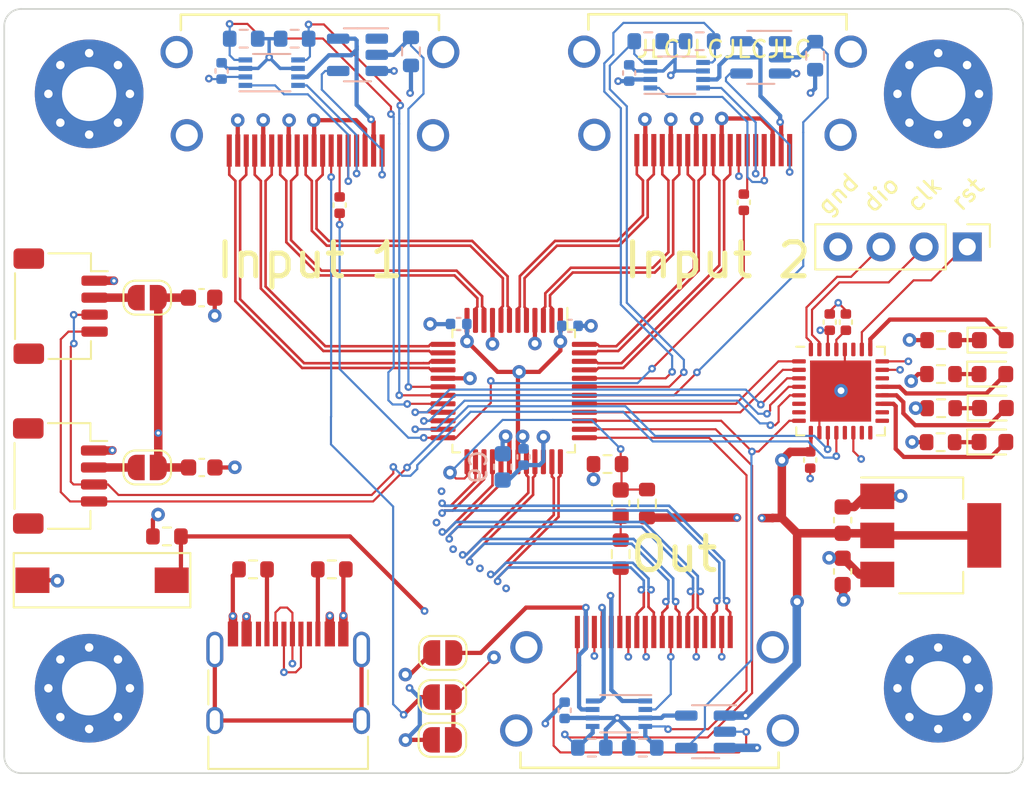
<source format=kicad_pcb>
(kicad_pcb (version 20221018) (generator pcbnew)
  (layers (0 "F.Cu" signal) (1 "In1.Cu" signal) (2 "In2.Cu" signal) (31 "B.Cu" signal) (34 "B.Paste" user) (35 "F.Paste" user) (36 "B.SilkS" user "B.Silkscreen") (37 "F.SilkS" user "F.Silkscreen") (38 "B.Mask" user) (39 "F.Mask" user) (44 "Edge.Cuts" user))
  (net 0 "")
  (net 1 "/OUT_HPD")
  (net 2 "/OUT_SDA")
  (net 3 "/OUT_SCL")
  (net 4 "+1V0")
  (net 5 "+3V3")
  (net 6 "/IN1_SCL")
  (net 7 "/IN1_SDA")
  (net 8 "/OUT_CEC")
  (net 9 "/ARC_IN")
  (net 10 "/IN1_HPD")
  (net 11 "/IN2_SCL")
  (net 12 "/IN1_CEC")
  (net 13 "GND")
  (net 14 "/OUT_D2_P")
  (net 15 "/OUT_D2_N")
  (net 16 "/IN2_SDA")
  (net 17 "/OUT_D1_P")
  (net 18 "/OUT_D1_N")
  (net 19 "Net-(C12-Pad2)")
  (net 20 "/IN2_CEC")
  (net 21 "/OUT_D0_P")
  (net 22 "/OUT_D0_N")
  (net 23 "/OUT_CLK_P")
  (net 24 "/OUT_CLK_N")
  (net 25 "/IN1_D2_P")
  (net 26 "/IN1_D2_N")
  (net 27 "/IN1_D1_P")
  (net 28 "/IN1_D1_N")
  (net 29 "/IN1_D0_P")
  (net 30 "/IN1_D0_N")
  (net 31 "/IN1_CLK_P")
  (net 32 "/IN1_CLK_N")
  (net 33 "/IN2_D2_P")
  (net 34 "/IN2_D2_N")
  (net 35 "/IN2_D1_P")
  (net 36 "/IN2_D1_N")
  (net 37 "/IN2_D0_P")
  (net 38 "/IN2_D0_N")
  (net 39 "/IN2_CLK_P")
  (net 40 "/IN2_CLK_N")
  (net 41 "/OEB")
  (net 42 "/SEL1")
  (net 43 "Net-(C13-Pad2)")
  (net 44 "/ARC_OUT")
  (net 45 "/EQ_S0")
  (net 46 "/OC_S0")
  (net 47 "/ROUT_S0")
  (net 48 "+5V")
  (net 49 "+1V2")
  (net 50 "Net-(D1-Pad1)")
  (net 51 "/led0")
  (net 52 "/nrst")
  (net 53 "/swclk")
  (net 54 "/swdio")
  (net 63 "/USB_D-")
  (net 64 "/USB_D+")
  (net 65 "Net-(J5-PadA5)")
  (net 67 "Net-(J5-PadB5)")
  (net 69 "unconnected-(J5-PadS1)")
  (net 70 "Net-(J6-Pad2)")
  (net 71 "/qwiic_sda")
  (net 72 "/qwiic_scl")
  (net 73 "Net-(J7-Pad2)")
  (net 74 "Net-(D2-Pad1)")
  (net 75 "/led1")
  (net 76 "Net-(D3-Pad1)")
  (net 77 "/led2")
  (net 78 "Net-(D4-Pad1)")
  (net 79 "/led3")
  (net 81 "/IN2_HPD")
  (net 82 "Net-(C14-Pad2)")
  (net 83 "Net-(C12-Pad1)")
  (net 84 "/OUT_SCL_3V3")
  (net 85 "/OUT_SDA_3V3")
  (net 86 "/IN1_SCL_3V3")
  (net 87 "/IN1_SDA_3V3")
  (net 88 "/IN2_HPD_3V3")
  (net 89 "/IN2_SCL_3V3")
  (net 90 "/IN2_SDA_3V3")
  (net 91 "/IN1_HPD_3V3")
  (net 92 "/OUT_HPD_3V3")
  (net 93 "/OUT_HDMI_5V")
  (net 94 "/IN1_HDMI_5V")
  (net 95 "/IN2_HDMI_5V")
  (net 96 "/button")
  (footprint "MountingHole:MountingHole_3.2mm_M3_Pad_Via" (layer "F.Cu") (at 79.4 124.3)
    (fp_text reference "H3" hide)
    (fp_text value "MountingHole_Pad" hide)
  )
  (footprint "Capacitor_SMD:C_0603_1608Metric" (layer "F.Cu") (at 123.77 117.42 -90)
    (fp_text reference "C1" hide)
    (fp_text value "10u")
  )
  (footprint "Resistor_SMD:R_0603_1608Metric" (layer "F.Cu") (at 109.925 111.1 180)
    (fp_text reference "R9" hide)
    (fp_text value "9k")
  )
  (footprint "Jumper:SolderJumper-2_P1.3mm_Open_RoundedPad1.0x1.5mm" (layer "F.Cu") (at 100.2 124.82)
    (fp_text reference "JP3" hide)
    (fp_text value "Jumper_2_Open" hide)
  )
  (footprint "Jumper:SolderJumper-2_P1.3mm_Open_RoundedPad1.0x1.5mm" (layer "F.Cu") (at 82.82 101.3)
    (fp_text reference "JP2" hide)
    (fp_text value "Jumper_2_Bridged")
  )
  (footprint "MountingHole:MountingHole_3.2mm_M3_Pad_Via" (layer "F.Cu") (at 79.4 89.3)
    (fp_text reference "H2" hide)
    (fp_text value "MountingHole_Pad" hide)
  )
  (footprint "Capacitor_SMD:C_0603_1608Metric" (layer "F.Cu") (at 86.02 101.3)
    (fp_text reference "C11" hide)
    (fp_text value "10u")
  )
  (footprint "Capacitor_SMD:C_0402_1005Metric" (layer "F.Cu") (at 123.96 102.74 90)
    (fp_text reference "C4" hide)
    (fp_text value "100n" hide)
  )
  (footprint "Package_TO_SOT_SMD:SOT-223-3_TabPin2" (layer "F.Cu") (at 128.96 115.3)
    (fp_text reference "U4" hide)
    (fp_text value "AMS1117-3.3")
  )
  (footprint "Capacitor_SMD:C_0402_1005Metric" (layer "F.Cu") (at 117.95 95.68 90)
    (fp_text reference "C14" hide)
    (fp_text value "100n???")
  )
  (footprint "Capacitor_SMD:C_0603_1608Metric" (layer "F.Cu") (at 110.7 113.4 90)
    (fp_text reference "C12" hide)
    (fp_text value "100n??")
  )
  (footprint "MountingHole:MountingHole_3.2mm_M3_Pad_Via" (layer "F.Cu") (at 129.4 89.3)
    (fp_text reference "H4" hide)
    (fp_text value "MountingHole_Pad" hide)
  )
  (footprint "stary:HDMI-SS-53000" (layer "F.Cu") (at 92.4 91.7375)
    (fp_text reference "J2" hide)
    (fp_text value "HDMI_A")
  )
  (footprint "Capacitor_SMD:C_0603_1608Metric" (layer "F.Cu") (at 86.03 111.3)
    (fp_text reference "C10" hide)
    (fp_text value "10u")
  )
  (footprint "Resistor_SMD:R_0603_1608Metric" (layer "F.Cu") (at 93.69 117.3)
    (fp_text reference "R3" hide)
    (fp_text value "5.1k")
  )
  (footprint "stary:HDMI-SS-53000" (layer "F.Cu") (at 112.4 121.8875 180)
    (fp_text reference "J1" hide)
    (fp_text value "HDMI_A")
  )
  (footprint "Capacitor_SMD:C_0402_1005Metric" (layer "F.Cu") (at 123.01 102.74 90)
    (fp_text reference "C2" hide)
    (fp_text value "100n" hide)
  )
  (footprint "Package_QFP:LQFP-48_7x7mm_P0.5mm" (layer "F.Cu") (at 104.4 106.8 -90)
    (fp_text reference "U1" hide)
    (fp_text value "PI3HDX621")
  )
  (footprint "LED_SMD:LED_0603_1608Metric" (layer "F.Cu") (at 132.61 103.8)
    (fp_text reference "D1" hide)
    (fp_text value "LED_Small" hide)
  )
  (footprint "Jumper:SolderJumper-2_P1.3mm_Open_RoundedPad1.0x1.5mm" (layer "F.Cu") (at 82.82 111.3)
    (fp_text reference "JP1" hide)
    (fp_text value "Jumper_2_Bridged")
  )
  (footprint "MountingHole:MountingHole_3.2mm_M3_Pad_Via" (layer "F.Cu") (at 129.4 124.3)
    (fp_text reference "H1" hide)
    (fp_text value "MountingHole_Pad" hide)
  )
  (footprint "Capacitor_SMD:C_0402_1005Metric" (layer "F.Cu") (at 94.15 95.85 90)
    (fp_text reference "C13" hide)
    (fp_text value "100n???")
  )
  (footprint "Connector_PinHeader_2.54mm:PinHeader_1x04_P2.54mm_Vertical" (layer "F.Cu") (at 131.11 98.31 -90)
    (fp_text reference "J4" hide)
    (fp_text value "Conn_01x04_Male" hide)
  )
  (footprint "Resistor_SMD:R_0603_1608Metric" (layer "F.Cu") (at 129.57 103.8)
    (fp_text reference "R1" hide)
    (fp_text value "R_Small" hide)
  )
  (footprint "Resistor_SMD:R_0603_1608Metric" (layer "F.Cu") (at 110.7 116.4 90)
    (fp_text reference "R7" hide)
    (fp_text value "R_Small")
  )
  (footprint "LED_SMD:LED_0603_1608Metric" (layer "F.Cu") (at 132.59 105.8)
    (fp_text reference "D2" hide)
    (fp_text value "LED_Small" hide)
  )
  (footprint "Connector_JST:JST_SH_SM04B-SRSS-TB_1x04-1MP_P1.00mm_Horizontal" (layer "F.Cu") (at 77.72 101.8 -90)
    (fp_text reference "J7" hide)
    (fp_text value "Conn_01x04_Female" hide)
  )
  (footprint "Resistor_SMD:R_0603_1608Metric" (layer "F.Cu") (at 83.98 115.36)
    (fp_text reference "R18" hide)
    (fp_text value "10k")
  )
  (footprint "Resistor_SMD:R_0603_1608Metric" (layer "F.Cu") (at 129.54 109.81)
    (fp_text reference "R6" hide)
    (fp_text value "R_Small" hide)
  )
  (footprint "Capacitor_SMD:C_0402_1005Metric" (layer "F.Cu") (at 121.86 110.86 -90)
    (fp_text reference "C3" hide)
    (fp_text value "100n")
  )
  (footprint "Capacitor_SMD:C_0603_1608Metric" (layer "F.Cu") (at 123.77 114.4 90)
    (fp_text reference "C5" hide)
    (fp_text value "10u")
  )
  (footprint "Resistor_SMD:R_0603_1608Metric" (layer "F.Cu") (at 112.25 113.425 90)
    (fp_text reference "R8" hide)
    (fp_text value "12k")
  )
  (footprint "Resistor_SMD:R_0603_1608Metric" (layer "F.Cu") (at 89.05 117.3 180)
    (fp_text reference "R2" hide)
    (fp_text value "5.1k")
  )
  (footprint "Resistor_SMD:R_0603_1608Metric" (layer "F.Cu") (at 129.57 107.81)
    (fp_text reference "R5" hide)
    (fp_text value "R_Small" hide)
  )
  (footprint "LED_SMD:LED_0603_1608Metric" (layer "F.Cu") (at 132.62 107.8)
    (fp_text reference "D3" hide)
    (fp_text value "LED_Small" hide)
  )
  (footprint "stary:PTS636" (layer "F.Cu") (at 80.16 117.94)
    (fp_text reference "SW1" hide)
    (fp_text value "SW_Push")
  )
  (footprint "Connector_USB:USB_C_Receptacle_HRO_TYPE-C-31-M-12" (layer "F.Cu") (at 91.12 125.15)
    (fp_text reference "J5" hide)
    (fp_text value "USB_C_Receptacle_USB2.0" hide)
  )
  (footprint "Jumper:SolderJumper-2_P1.3mm_Open_RoundedPad1.0x1.5mm" (layer "F.Cu") (at 100.2 127.34)
    (fp_text reference "JP4" hide)
    (fp_text value "Jumper_2_Open" hide)
  )
  (footprint "Package_DFN_QFN:QFN-32-1EP_5x5mm_P0.5mm_EP3.6x3.6mm" (layer "F.Cu") (at 123.65 106.8)
    (fp_text reference "U3" hide)
    (fp_text value "ATSAMD21E15A-M" hide)
  )
  (footprint "stary:HDMI-SS-53000" (layer "F.Cu") (at 116.4 91.7125)
    (fp_text reference "J3" hide)
    (fp_text value "HDMI_A")
  )
  (footprint "Jumper:SolderJumper-2_P1.3mm_Open_RoundedPad1.0x1.5mm" (layer "F.Cu") (at 100.22 122.22)
    (fp_text reference "JP5" hide)
    (fp_text value "Jumper_2_Open")
  )
  (footprint "Connector_JST:JST_SH_SM04B-SRSS-TB_1x04-1MP_P1.00mm_Horizontal" (layer "F.Cu") (at 77.69 111.8 -90)
    (fp_text reference "J6" hide)
    (fp_text value "Conn_01x04_Female" hide)
  )
  (footprint "Resistor_SMD:R_0603_1608Metric" (layer "F.Cu") (at 129.56 105.8)
    (fp_text reference "R4" hide)
    (fp_text value "R_Small" hide)
  )
  (footprint "LED_SMD:LED_0603_1608Metric" (layer "F.Cu") (at 132.5925 109.8)
    (fp_text reference "D4" hide)
    (fp_text value "LED_Small" hide)
  )
  (footprint "Capacitor_SMD:C_0402_1005Metric" (layer "B.Cu") (at 111.2 88.07 -90)
    (fp_text reference "C16" hide)
    (fp_text value "100n")
  )
  (footprint "Package_SO:VSSOP-8_2.3x2mm_P0.5mm" (layer "B.Cu") (at 110.6 125.8 180)
    (fp_text reference "U7" hide)
    (fp_text value "TXS0102DCU")
  )
  (footprint "Package_TO_SOT_SMD:SOT-23-5" (layer "B.Cu") (at 118.95 87.15 180)
    (fp_text reference "U6" hide)
    (fp_text value "74LVC1G07")
  )
  (footprint "Capacitor_SMD:C_0603_1608Metric" (layer "B.Cu") (at 103.75 111.265 -90)
    (fp_text reference "C9")
    (fp_text value "100n")
  )
  (footprint "Capacitor_SMD:C_0402_1005Metric" (layer "B.Cu") (at 104.98 110.68 -90)
    (fp_text reference "C6" hide)
    (fp_text value "100n")
  )
  (footprint "Resistor_SMD:R_0603_1608Metric" (layer "B.Cu") (at 112.325 86.2 180)
    (fp_text reference "R17" hide)
    (fp_text value "47k")
  )
  (footprint "Capacitor_SMD:C_0402_1005Metric" (layer "B.Cu") (at 107.4 125.6 90)
    (fp_text reference "C17" hide)
    (fp_text value "100n")
  )
  (footprint "Capacitor_SMD:C_0402_1005Metric" (layer "B.Cu") (at 107.71 102.96)
    (fp_text reference "C8" hide)
    (fp_text value "100n")
  )
  (footprint "Package_SO:VSSOP-8_2.3x2mm_P0.5mm" (layer "B.Cu") (at 114 88.2)
    (fp_text reference "U9" hide)
    (fp_text value "TXS0102DCU")
  )
  (footprint "Resistor_SMD:R_0603_1608Metric" (layer "B.Cu") (at 112 127.8)
    (fp_text reference "R12" hide)
    (fp_text value "1.5k")
  )
  (footprint "Resistor_SMD:R_0603_1608Metric" (layer "B.Cu") (at 91.5 86.05)
    (fp_text reference "R13" hide)
    (fp_text value "47k")
  )
  (footprint "Package_TO_SOT_SMD:SOT-23-5" (layer "B.Cu") (at 95.2 87 180)
    (fp_text reference "U5" hide)
    (fp_text value "74LVC1G07")
  )
  (footprint "Resistor_SMD:R_0603_1608Metric" (layer "B.Cu") (at 88.5 86.05 180)
    (fp_text reference "R14" hide)
    (fp_text value "47k")
  )
  (footprint "Package_TO_SOT_SMD:SOT-23-5" (layer "B.Cu") (at 115.7 126.86 180)
    (fp_text reference "U2" hide)
    (fp_text value "74LVC1G125")
  )
  (footprint "Package_SO:VSSOP-8_2.3x2mm_P0.5mm" (layer "B.Cu") (at 90.15 88.05)
    (fp_text reference "U8" hide)
    (fp_text value "TXS0102DCU")
  )
  (footprint "Capacitor_SMD:C_0402_1005Metric" (layer "B.Cu") (at 87.2 87.95 -90)
    (fp_text reference "C15" hide)
    (fp_text value "100n")
  )
  (footprint "Resistor_SMD:R_0603_1608Metric" (layer "B.Cu") (at 98.35 86.8 90)
    (fp_text reference "R10" hide)
    (fp_text value "10k")
  )
  (footprint "Capacitor_SMD:C_0402_1005Metric" (layer "B.Cu") (at 101.16 102.85 180)
    (fp_text reference "C7" hide)
    (fp_text value "100n")
  )
  (footprint "Resistor_SMD:R_0603_1608Metric" (layer "B.Cu") (at 122.15 87.05 90)
    (fp_text reference "R15" hide)
    (fp_text value "10k")
  )
  (footprint "Resistor_SMD:R_0603_1608Metric" (layer "B.Cu") (at 115.35 86.2)
    (fp_text reference "R16" hide)
    (fp_text value "47k")
  )
  (footprint "Resistor_SMD:R_0603_1608Metric" (layer "B.Cu") (at 109 127.8 180)
    (fp_text reference "R11" hide)
    (fp_text value "1.5k")
  )
  (gr_line (start 134.4 128.3) (end 134.4 85.3) (stroke (width 0.1)) (layer "Edge.Cuts"))
  (gr_arc (start 134.4 128.3) (mid 134.107107 129.007107) (end 133.4 129.3) (stroke (width 0.1)) (layer "Edge.Cuts"))
  (gr_arc (start 75.4 129.3) (mid 74.692893 129.007107) (end 74.4 128.3) (stroke (width 0.1)) (layer "Edge.Cuts"))
  (gr_arc (start 133.4 84.3) (mid 134.107107 84.592893) (end 134.4 85.3) (stroke (width 0.1)) (layer "Edge.Cuts"))
  (gr_line (start 74.4 85.3) (end 74.4 128.3) (stroke (width 0.1)) (layer "Edge.Cuts"))
  (gr_line (start 75.4 129.3) (end 133.4 129.3) (stroke (width 0.1)) (layer "Edge.Cuts"))
  (gr_arc (start 74.4 85.3) (mid 74.692893 84.592893) (end 75.4 84.3) (stroke (width 0.1)) (layer "Edge.Cuts"))
  (gr_line (start 75.4 84.3) (end 133.4 84.3) (stroke (width 0.1)) (layer "Edge.Cuts"))
  (gr_text "gnd" (at 123.49 95.2 45) (layer "F.SilkS") (effects (font (size 1 1))))
  (gr_text "JLCJLCJLCJLC" (at 116.78 86.67) (layer "F.SilkS") (effects (font (size 1 1))))
  (gr_text "Input 1" (at 92.4 99.1) (layer "F.SilkS") (effects (font (size 2 2) (thickness 0.3))))
  (gr_text "Input 2\n" (at 116.4 99.1) (layer "F.SilkS") (effects (font (size 2 2) (thickness 0.3))))
  (gr_text "rst" (at 131.11 95.2 45) (layer "F.SilkS") (effects (font (size 1 1))))
  (gr_text "clk" (at 128.57 95.2 45) (layer "F.SilkS") (effects (font (size 1 1))))
  (gr_text "dio" (at 126.03 95.2 45) (layer "F.SilkS") (effects (font (size 1 1))))
  (gr_text "Out" (at 113.85 116.4) (layer "F.SilkS") (effects (font (size 2 2) (thickness 0.3))))
  (segment (start 118.09 127.65) (end 118.09 126.87) (width 0.127) (layer "F.Cu") (net 1))
  (segment (start 117.66 128.08) (end 118.09 127.65) (width 0.127) (layer "F.Cu") (net 1))
  (segment (start 106.75 127.68) (end 107.15 128.08) (width 0.127) (layer "F.Cu") (net 1))
  (segment (start 108.15 123.246682) (end 106.75 124.646682) (width 0.127) (layer "F.Cu") (net 1))
  (segment (start 107.15 128.08) (end 117.66 128.08) (width 0.127) (layer "F.Cu") (net 1))
  (segment (start 106.75 124.646682) (end 106.75 127.68) (width 0.127) (layer "F.Cu") (net 1))
  (segment (start 108.15 120.9875) (end 108.15 123.246682) (width 0.127) (layer "F.Cu") (net 1))
  (via (at 118.09 126.87) (size 0.45) (drill 0.2) (layers "F.Cu" "B.Cu") (net 1))
  (segment (start 116.8375 126.86) (end 118.08 126.86) (width 0.127) (layer "B.Cu") (net 1))
  (segment (start 118.08 126.86) (end 118.09 126.87) (width 0.127) (layer "B.Cu") (net 1))
  (segment (start 109.65 119.6) (end 109.6 119.55) (width 0.25) (layer "F.Cu") (net 2))
  (segment (start 109.65 120.9875) (end 109.65 119.6) (width 0.25) (layer "F.Cu") (net 2))
  (via (at 109.6 119.55) (size 0.45) (drill 0.2) (layers "F.Cu" "B.Cu") (net 2))
  (segment (start 109.7 119.65) (end 109.7 124.85) (width 0.25) (layer "B.Cu") (net 2))
  (segment (start 109.7 124.85) (end 109.5 125.05) (width 0.25) (layer "B.Cu") (net 2))
  (segment (start 109.6 119.55) (end 109.7 119.65) (width 0.25) (layer "B.Cu") (net 2))
  (segment (start 109.5 125.05) (end 109.05 125.05) (width 0.25) (layer "B.Cu") (net 2))
  (segment (start 110.15 118.9) (end 110.1 118.85) (width 0.25) (layer "F.Cu") (net 3))
  (segment (start 110.15 120.9875) (end 110.15 118.9) (width 0.25) (layer "F.Cu") (net 3))
  (via (at 110.1 118.85) (size 0.45) (drill 0.2) (layers "F.Cu" "B.Cu") (net 3))
  (segment (start 110.8 125.05) (end 112.15 125.05) (width 0.25) (layer "B.Cu") (net 3))
  (segment (start 110.15 118.9) (end 110.15 124.4) (width 0.25) (layer "B.Cu") (net 3))
  (segment (start 110.15 124.4) (end 110.8 125.05) (width 0.25) (layer "B.Cu") (net 3))
  (segment (start 110.1 118.85) (end 110.15 118.9) (width 0.25) (layer "B.Cu") (net 3))
  (segment (start 104.15 110.9625) (end 104.15 109.6845) (width 0.25) (layer "F.Cu") (net 4))
  (segment (start 104.15 109.6845) (end 103.9255 109.46) (width 0.25) (layer "F.Cu") (net 4))
  (via (at 103.9255 109.46) (size 0.8) (drill 0.4) (layers "F.Cu" "B.Cu") (net 4))
  (segment (start 103.9255 109.46) (end 103.75 109.6355) (width 0.25) (layer "B.Cu") (net 4))
  (segment (start 103.75 109.6355) (end 103.75 110.49) (width 0.25) (layer "B.Cu") (net 4))
  (segment (start 104.72 105.67) (end 104.65 105.74) (width 0.25) (layer "F.Cu") (net 5))
  (segment (start 121.9 110.34) (end 121.86 110.38) (width 0.127) (layer "F.Cu") (net 5))
  (segment (start 85.255 111.3) (end 83.47 111.3) (width 0.5) (layer "F.Cu") (net 5))
  (segment (start 122.455 103.22) (end 123.01 103.22) (width 0.127) (layer "F.Cu") (net 5))
  (segment (start 123.77 115.175) (end 121.095 115.175) (width 0.5) (layer "F.Cu") (net 5))
  (segment (start 104.65 109.746113) (end 104.92494 109.471173) (width 0.25) (layer "F.Cu") (net 5))
  (segment (start 123.77 115.175) (end 125.685 115.175) (width 0.5) (layer "F.Cu") (net 5))
  (segment (start 83.155 115.36) (end 83.155 114.375) (width 0.25) (layer "F.Cu") (net 5))
  (segment (start 122.9 103.33) (end 123.01 103.22) (width 0.127) (layer "F.Cu") (net 5))
  (segment (start 121.9 109.25) (end 121.9 110.34) (width 0.2) (layer "F.Cu") (net 5))
  (segment (start 104.65 105.74) (end 104.65 110.9625) (width 0.25) (layer "F.Cu") (net 5))
  (segment (start 104.65 110.9625) (end 104.65 109.746113) (width 0.25) (layer "F.Cu") (net 5))
  (segment (start 107.15 102.6375) (end 107.15 103.88) (width 0.25) (layer "F.Cu") (net 5))
  (segment (start 85.245 101.3) (end 83.47 101.3) (width 0.5) (layer "F.Cu") (net 5))
  (segment (start 125.685 115.175) (end 125.81 115.3) (width 0.5) (layer "F.Cu") (net 5))
  (segment (start 125.81 115.3) (end 132.11 115.3) (width 0.5) (layer "F.Cu") (net 5))
  (segment (start 120.68 110.38) (end 120.19 110.87) (width 0.5) (layer "F.Cu") (net 5))
  (segment (start 105.9 105.67) (end 107.15 104.42) (width 0.25) (layer "F.Cu") (net 5))
  (segment (start 83.155 114.375) (end 83.46 114.07) (width 0.25) (layer "F.Cu") (net 5))
  (segment (start 104.72 105.67) (end 103.45 105.67) (width 0.25) (layer "F.Cu") (net 5))
  (segment (start 103.45 105.67) (end 101.65 103.87) (width 0.25) (layer "F.Cu") (net 5))
  (segment (start 119.64 114.28) (end 119.65 114.27) (width 0.5) (layer "F.Cu") (net 5))
  (segment (start 120.68 110.38) (end 121.86 110.38) (width 0.5) (layer "F.Cu") (net 5))
  (segment (start 101.65 102.6375) (end 101.65 103.87) (width 0.25) (layer "F.Cu") (net 5))
  (segment (start 122.9 104.35) (end 122.9 103.33) (width 0.127) (layer "F.Cu") (net 5))
  (segment (start 83.47 109.27) (end 83.47 111.3) (width 0.5) (layer "F.Cu") (net 5))
  (segment (start 117.54 114.25) (end 117.55 114.26) (width 0.5) (layer "F.Cu") (net 5))
  (segment (start 121.09 115.17) (end 120.19 114.27) (width 0.5) (layer "F.Cu") (net 5))
  (segment (start 83.47 103.88) (end 83.47 109.27) (width 0.5) (layer "F.Cu") (net 5))
  (segment (start 121.095 115.175) (end 121.09 115.17) (width 0.5) (layer "F.Cu") (net 5))
  (segment (start 83.47 101.3) (end 83.47 103.88) (width 0.5) (layer "F.Cu") (net 5))
  (segment (start 120.19 110.87) (end 120.19 114.27) (width 0.5) (layer "F.Cu") (net 5))
  (segment (start 104.72 105.67) (end 105.9 105.67) (width 0.25) (layer "F.Cu") (net 5))
  (segment (start 119.01 114.28) (end 119.64 114.28) (width 0.5) (layer "F.Cu") (net 5))
  (segment (start 119.65 114.27) (end 120.19 114.27) (width 0.5) (layer "F.Cu") (net 5))
  (segment (start 112.25 114.25) (end 117.54 114.25) (width 0.5) (layer "F.Cu") (net 5))
  (segment (start 107.15 104.42) (end 107.15 103.88) (width 0.25) (layer "F.Cu") (net 5))
  (segment (start 121.09 119.2) (end 121.09 115.17) (width 0.5) (layer "F.Cu") (net 5))
  (via (at 110.5 126.05) (size 0.45) (drill 0.2) (layers "F.Cu" "B.Cu") (net 5))
  (via (at 90 87.15) (size 0.45) (drill 0.2) (layers "F.Cu" "B.Cu") (net 5))
  (via (at 117.55 114.26) (size 0.45) (drill 0.2) (layers "F.Cu" "B.Cu") (net 5))
  (via (at 118.05 125.91) (size 0.45) (drill 0.2) (layers "F.Cu" "B.Cu") (net 5))
  (via (at 98.3 89.25) (size 0.45) (drill 0.2) (layers "F.Cu" "B.Cu") (net 5))
  (via (at 83.46 114.07) (size 0.8) (drill 0.4) (layers "F.Cu" "B.Cu") (net 5))
  (via (at 104.72 105.67) (size 0.8) (drill 0.4) (layers "F.Cu" "B.Cu") (net 5))
  (via (at 122.455 103.22) (size 0.45) (drill 0.2) (layers "F.Cu" "B.Cu") (net 5))
  (via (at 120.19 110.87) (size 0.8) (drill 0.4) (layers "F.Cu" "B.Cu") (net 5))
  (via (at 121.88 89.25) (size 0.45) (drill 0.2) (layers "F.Cu" "B.Cu") (net 5))
  (via (at 104.92494 109.471173) (size 0.8) (drill 0.4) (layers "F.Cu" "B.Cu") (net 5))
  (via (at 107.15 103.88) (size 0.8) (drill 0.4) (layers "F.Cu" "B.Cu") (net 5))
  (via (at 113.65 88.21) (size 0.45) (drill 0.2) (layers "F.Cu" "B.Cu") (net 5))
  (via (at 121.09 119.2) (size 0.8) (drill 0.4) (layers "F.Cu" "B.Cu") (net 5))
  (via (at 83.47 109.27) (size 0.45) (drill 0.2) (layers "F.Cu" "B.Cu") (net 5))
  (via (at 101.65 103.87) (size 0.8) (drill 0.4) (layers "F.Cu" "B.Cu") (net 5))
  (via (at 119.01 114.28) (size 0.45) (drill 0.2) (layers "F.Cu" "B.Cu") (net 5))
  (segment (start 111.175 127.8) (end 111.175 126.725) (width 0.25) (layer "B.Cu") (net 5))
  (segment (start 113.2 87.95) (end 113.9 87.25) (width 0.2) (layer "B.Cu") (net 5))
  (segment (start 89.35 87.8) (end 90 87.15) (width 0.2) (layer "B.Cu") (net 5))
  (segment (start 113.9 87.25) (end 113.9 86.2) (width 0.2) (layer "B.Cu") (net 5))
  (segment (start 101.65 103.87) (end 101.65 103.01) (width 0.25) (layer "B.Cu") (net 5))
  (segment (start 113.65 88.21) (end 113.91 87.95) (width 0.2) (layer "B.Cu") (net 5))
  (segment (start 104.98 110.19) (end 104.98 109.526233) (width 0.25) (layer "B.Cu") (net 5))
  (segment (start 121.88 89.25) (end 122.15 88.98) (width 0.25) (layer "B.Cu") (net 5))
  (segment (start 121.07 119.22) (end 121.07 122.89) (width 0.5) (layer "B.Cu") (net 5))
  (segment (start 111.56 87.95) (end 112.45 87.95) (width 0.2) (layer "B.Cu") (net 5))
  (segment (start 112.45 87.95) (end 113.2 87.95) (width 0.2) (layer "B.Cu") (net 5))
  (segment (start 98.35 89.2) (end 98.3 89.25) (width 0.25) (layer "B.Cu") (net 5))
  (segment (start 107.43 126.05) (end 107.4 126.08) (width 0.25) (layer "B.Cu") (net 5))
  (segment (start 90 86.05) (end 90.675 86.05) (width 0.2) (layer "B.Cu") (net 5))
  (segment (start 90 87.15) (end 90 86.05) (width 0.2) (layer "B.Cu") (net 5))
  (segment (start 111.175 126.725) (end 110.5 126.05) (width 0.25) (layer "B.Cu") (net 5))
  (segment (start 113.1 126.05) (end 112.15 126.05) (width 0.25) (layer "B.Cu") (net 5))
  (segment (start 88.6 87.8) (end 89.35 87.8) (width 0.2) (layer "B.Cu") (net 5))
  (segment (start 87.53 87.8) (end 87.2 87.47) (width 0.2) (layer "B.Cu") (net 5))
  (segment (start 113.91 87.95) (end 115.55 87.95) (width 0.2) (layer "B.Cu") (net 5))
  (segment (start 113.9 86.2) (end 113.15 86.2) (width 0.2) (layer "B.Cu") (net 5))
  (segment (start 122.15 88.98) (end 122.15 87.875) (width 0.25) (layer "B.Cu") (net 5))
  (segment (start 109.825 127.8) (end 109.825 126.725) (width 0.25) (layer "B.Cu") (net 5))
  (segment (start 89.325 86.05) (end 90 86.05) (width 0.2) (layer "B.Cu") (net 5))
  (segment (start 111.2 87.59) (end 111.56 87.95) (width 0.2) (layer "B.Cu") (net 5))
  (segment (start 113.24 125.91) (end 113.1 126.05) (width 0.25) (layer "B.Cu") (net 5))
  (segment (start 113.65 88.21) (end 113.9 87.96) (width 0.2) (layer "B.Cu") (net 5))
  (segment (start 109.825 126.725) (end 110.5 126.05) (width 0.25) (layer "B.Cu") (net 5))
  (segment (start 116.8375 125.91) (end 118.05 125.91) (width 0.5) (layer "B.Cu") (net 5))
  (segment (start 101.65 103.01) (end 101.5 102.86) (width 0.25) (layer "B.Cu") (net 5))
  (segment (start 88.6 87.8) (end 87.53 87.8) (width 0.2) (layer "B.Cu") (net 5))
  (segment (start 121.09 119.2) (end 121.07 119.22) (width 0.5) (layer "B.Cu") (net 5))
  (segment (start 90.65 87.8) (end 90 87.15) (width 0.2) (layer "B.Cu") (net 5))
  (segment (start 114.525 86.2) (end 113.9 86.2) (width 0.2) (layer "B.Cu") (net 5))
  (segment (start 107.15 103.88) (end 107.15 102.95) (width 0.25) (layer "B.Cu") (net 5))
  (segment (start 121.07 122.89) (end 118.05 125.91) (width 0.5) (layer "B.Cu") (net 5))
  (segment (start 112.15 126.05) (end 110.5 126.05) (width 0.25) (layer "B.Cu") (net 5))
  (segment (start 113.9 87.96) (end 113.9 87.25) (width 0.2) (layer "B.Cu") (net 5))
  (segment (start 109.05 126.05) (end 107.43 126.05) (width 0.25) (layer "B.Cu") (net 5))
  (segment (start 110.5 126.05) (end 109.05 126.05) (width 0.25) (layer "B.Cu") (net 5))
  (segment (start 91.7 87.8) (end 90.65 87.8) (width 0.2) (layer "B.Cu") (net 5))
  (segment (start 98.35 87.625) (end 98.35 89.2) (width 0.25) (layer "B.Cu") (net 5))
  (segment (start 114.5625 125.91) (end 113.24 125.91) (width 0.25) (layer "B.Cu") (net 5))
  (segment (start 104.98 109.526233) (end 104.92494 109.471173) (width 0.25) (layer "B.Cu") (net 5))
  (segment (start 94.65 94.43) (end 94.66 94.44) (width 0.127) (layer "F.Cu") (net 6))
  (segment (start 94.65 92.6375) (end 94.65 94.43) (width 0.127) (layer "F.Cu") (net 6))
  (via (at 94.66 94.44) (size 0.45) (drill 0.2) (layers "F.Cu" "B.Cu") (net 6))
  (segment (start 90.875 89.325) (end 90.35 88.8) (width 0.127) (layer "B.Cu") (net 6))
  (segment (start 92.275 89.325) (end 90.875 89.325) (width 0.127) (layer "B.Cu") (net 6))
  (segment (start 94.66 91.71) (end 92.275 89.325) (width 0.127) (layer "B.Cu") (net 6))
  (segment (start 94.66 94.44) (end 94.66 91.71) (width 0.127) (layer "B.Cu") (net 6))
  (segment (start 90.35 88.8) (end 88.6 88.8) (width 0.127) (layer "B.Cu") (net 6))
  (segment (start 95.15 93.99) (end 95.15 92.6375) (width 0.127) (layer "F.Cu") (net 7))
  (via (at 95.15 93.99) (size 0.45) (drill 0.2) (layers "F.Cu" "B.Cu") (net 7))
  (segment (start 95.15 91.85) (end 95.15 92) (width 0.127) (layer "B.Cu") (net 7))
  (segment (start 92.212448 88.8) (end 94.856224 91.443776) (width 0.127) (layer "B.Cu") (net 7))
  (segment (start 95.15 92) (end 95.15 91.737552) (width 0.127) (layer "B.Cu") (net 7))
  (segment (start 95.15 91.737552) (end 94.756224 91.343776) (width 0.127) (layer "B.Cu") (net 7))
  (segment (start 95.15 92) (end 95.15 93.99) (width 0.127) (layer "B.Cu") (net 7))
  (segment (start 91.7 88.8) (end 92.212448 88.8) (width 0.127) (layer "B.Cu") (net 7))
  (segment (start 103.24 122.48) (end 100.9 124.82) (width 0.127) (layer "F.Cu") (net 8))
  (segment (start 100.85 127.34) (end 100.85 124.82) (width 0.25) (layer "F.Cu") (net 8))
  (segment (start 100.9 124.82) (end 100.85 124.82) (width 0.127) (layer "F.Cu") (net 8))
  (segment (start 111.15 120.9875) (end 111.15 122.45) (width 0.127) (layer "F.Cu") (net 8))
  (via (at 103.24 122.48) (size 0.8) (drill 0.4) (layers "F.Cu" "B.Cu") (net 8))
  (via (at 111.15 122.45) (size 0.45) (drill 0.2) (layers "F.Cu" "B.Cu") (net 8))
  (segment (start 110.65 117.275) (end 110.7 117.225) (width 0.127) (layer "F.Cu") (net 9))
  (segment (start 110.65 120.9875) (end 110.65 117.275) (width 0.127) (layer "F.Cu") (net 9))
  (segment (start 96.65 92.6375) (end 96.65 94.06) (width 0.127) (layer "F.Cu") (net 10))
  (via (at 96.65 94.06) (size 0.45) (drill 0.2) (layers "F.Cu" "B.Cu") (net 10))
  (segment (start 93.1 88.15) (end 93.3 87.95) (width 0.127) (layer "B.Cu") (net 10))
  (segment (start 96.65 92.6) (end 93.1 89.05) (width 0.127) (layer "B.Cu") (net 10))
  (segment (start 93.3 87.95) (end 94.0625 87.95) (width 0.127) (layer "B.Cu") (net 10))
  (segment (start 93.1 89.05) (end 93.1 88.15) (width 0.127) (layer "B.Cu") (net 10))
  (segment (start 96.65 94.06) (end 96.65 92.6) (width 0.127) (layer "B.Cu") (net 10))
  (segment (start 118.65 92.6125) (end 118.65 94) (width 0.127) (layer "F.Cu") (net 11))
  (via (at 118.65 94) (size 0.45) (drill 0.2) (layers "F.Cu" "B.Cu") (net 11))
  (segment (start 118.65 94) (end 118.65 90.98) (width 0.127) (layer "B.Cu") (net 11))
  (segment (start 118.65 90.98) (end 116.62 88.95) (width 0.127) (layer "B.Cu") (net 11))
  (segment (start 116.62 88.95) (end 115.55 88.95) (width 0.127) (layer "B.Cu") (net 11))
  (segment (start 99.55 124.82) (end 98.96 124.82) (width 0.25) (layer "F.Cu") (net 12))
  (segment (start 93.65 94.2) (end 93.65 92.6375) (width 0.127) (layer "F.Cu") (net 12))
  (segment (start 98.96 124.82) (end 97.92 125.86) (width 0.25) (layer "F.Cu") (net 12))
  (via (at 97.92 125.86) (size 0.45) (drill 0.2) (layers "F.Cu" "B.Cu") (net 12))
  (via (at 93.65 94.2) (size 0.45) (drill 0.2) (layers "F.Cu" "B.Cu") (net 12))
  (segment (start 93.64 109.94) (end 93.64 108.310844) (width 0.127) (layer "B.Cu") (net 12))
  (segment (start 93.65 108.300844) (end 93.65 94.2) (width 0.127) (layer "B.Cu") (net 12))
  (segment (start 97.3 125.24) (end 97.3 113.6) (width 0.127) (layer "B.Cu") (net 12))
  (segment (start 97.3 113.6) (end 93.64 109.94) (width 0.127) (layer "B.Cu") (net 12))
  (segment (start 97.92 125.86) (end 97.3 125.24) (width 0.127) (layer "B.Cu") (net 12))
  (segment (start 93.64 108.310844) (end 93.65 108.300844) (width 0.127) (layer "B.Cu") (net 12))
  (segment (start 115.15 92.6125) (end 115.15 90.8) (width 0.25) (layer "F.Cu") (net 13))
  (segment (start 128.072651 107.81) (end 128.745 107.81) (width 0.25) (layer "F.Cu") (net 13))
  (segment (start 128.715 109.81) (end 127.87 109.81) (width 0.25) (layer "F.Cu") (net 13))
  (segment (start 89.65 92.6375) (end 89.65 90.84) (width 0.25) (layer "F.Cu") (net 13))
  (segment (start 128.745 103.8) (end 127.72 103.8) (width 0.25) (layer "F.Cu") (net 13))
  (segment (start 113.65 120.9875) (end 113.65 122.45) (width 0.127) (layer "F.Cu") (net 13))
  (segment (start 95.65 91.3875) (end 95.1125 90.85) (width 0.25) (layer "F.Cu") (net 13))
  (segment (start 123.675 106.775) (end 123.65 106.8) (width 0.127) (layer "F.Cu") (net 13))
  (segment (start 109.1 111.1) (end 109.1 112) (width 0.127) (layer "F.Cu") (net 13))
  (segment (start 92.65 90.875) (end 92.625 90.85) (width 0.25) (layer "F.Cu") (net 13))
  (segment (start 122.4 109.25) (end 122.4 108.05) (width 0.127) (layer "F.Cu") (net 13))
  (segment (start 123.9 104.35) (end 123.9 106.55) (width 0.127) (layer "F.Cu") (net 13))
  (segment (start 123.8 119.066) (end 123.824 119.09) (width 0.5) (layer "F.Cu") (net 13))
  (segment (start 123.96 102.26) (end 123.96 102.05) (width 0.127) (layer "F.Cu") (net 13))
  (segment (start 88.225 117.3) (end 87.86 117.665) (width 0.25) (layer "F.Cu") (net 13))
  (segment (start 77.5 117.94) (end 77.53 117.97) (width 0.25) (layer "F.Cu") (net 13))
  (segment (start 76.06 117.94) (end 77.5 117.94) (width 0.25) (layer "F.Cu") (net 13))
  (segment (start 94.515 117.3) (end 94.37 117.445) (width 0.25) (layer "F.Cu") (net 13))
  (segment (start 125.81 113) (end 127.17 113) (width 0.5) (layer "F.Cu") (net 13))
  (segment (start 86.805 111.3) (end 87.97 111.3) (width 0.25) (layer "F.Cu") (net 13))
  (segment (start 103.15 102.6375) (end 103.15 104.025) (width 0.25) (layer "F.Cu") (net 13))
  (segment (start 119.65 92.6125) (end 119.65 91.42) (width 0.25) (layer "F.Cu") (net 13))
  (segment (start 113.65 92.6125) (end 113.65 90.8) (width 0.25) (layer "F.Cu") (net 13))
  (segment (start 121.86 111.34) (end 121.86 111.95) (width 0.127) (layer "F.Cu") (net 13))
  (segment (start 100.2375 106.05) (end 101.825 106.05) (width 0.25) (layer "F.Cu") (net 13))
  (segment (start 112.15 92.6125) (end 112.15 90.825) (width 0.25) (layer "F.Cu") (net 13))
  (segment (start 87.86 117.665) (end 87.86 120.05) (width 0.25) (layer "F.Cu") (net 13))
  (segment (start 116.65 120.9875) (end 116.65 122.45) (width 0.127) (layer "F.Cu") (net 13))
  (segment (start 109.15 120.9875) (end 109.15 122.4) (width 0.127) (layer "F.Cu") (net 13))
  (segment (start 95.1125 90.85) (end 92.625 90.85) (width 0.25) (layer "F.Cu") (net 13))
  (segment (start 127.87 109.81) (end 127.86 109.8) (width 0.25) (layer "F.Cu") (net 13))
  (segment (start 128.0695 107.806849) (end 128.072651 107.81) (width 0.25) (layer "F.Cu") (net 13))
  (segment (start 127.805836 106.213) (end 128.218836 105.8) (width 0.25) (layer "F.Cu") (net 13))
  (segment (start 125.81 113) (end 125.08 113) (width 0.5) (layer "F.Cu") (net 13))
  (segment (start 91.175 90.85) (end 91.15 90.875) (width 0.25) (layer "F.Cu") (net 13))
  (segment (start 112.15 90.825) (end 112.125 90.8) (width 0.25) (layer "F.Cu") (net 13))
  (segment (start 115.15 120.9875) (end 115.15 122.45) (width 0.127) (layer "F.Cu") (net 13))
  (segment (start 86.795 101.3) (end 86.795 102.355) (width 0.25) (layer "F.Cu") (net 13))
  (segment (start 115.15 90.8) (end 115.175 90.775) (width 0.25) (layer "F.Cu") (net 13))
  (segment (start 127.72 103.8) (end 127.71 103.79) (width 0.25) (layer "F.Cu") (net 13))
  (segment (start 124.455 113.625) (end 123.77 113.625) (width 0.5) (layer "F.Cu") (net 13))
  (segment (start 91.15 90.875) (end 91.15 92.6375) (width 0.25) (layer "F.Cu") (net 13))
  (segment (start 94.37 117.445) (end 94.37 120.02) (width 0.25) (layer "F.Cu") (net 13))
  (segment (start 87.97 111.3) (end 87.98 111.29) (width 0.25) (layer "F.Cu") (net 13))
  (segment (start 123.9 106.55) (end 123.675 106.775) (width 0.127) (layer "F.Cu") (net 13))
  (segment (start 106.15 110.9625) (end 106.15 109.5) (width 0.25) (layer "F.Cu") (net 13))
  (segment (start 119.65 91.42) (end 118.98 90.75) (width 0.25) (layer "F.Cu") (net 13))
  (segment (start 112.15 122.4) (end 112.2 122.45) (width 0.127) (layer "F.Cu") (net 13))
  (segment (start 86.795 102.355) (end 86.8 102.36) (width 0.25) (layer "F.Cu") (net 13))
  (segment (start 79.69 110.3) (end 80.76 110.3) (width 0.5) (layer "F.Cu") (net 13))
  (segment (start 88.15 92.6375) (end 88.15 90.85) (width 0.25) (layer "F.Cu") (net 13))
  (segment (start 92.65 92.6375) (end 92.65 90.875) (width 0.25) (layer "F.Cu") (net 13))
  (segment (start 123.96 102.05) (end 123.51 101.6) (width 0.127) (layer "F.Cu") (net 13))
  (segment (start 94.37 121.105) (end 94.37 120.02) (width 0.5) (layer "F.Cu") (net 13))
  (segment (start 123.8 118.195) (end 123.8 119.066) (width 0.5) (layer "F.Cu") (net 13))
  (segment (start 118.98 90.75) (end 116.65 90.75) (width 0.25) (layer "F.Cu") (net 13))
  (segment (start 80.85 100.3) (end 80.86 100.31) (width 0.5) (layer "F.Cu") (net 13))
  (segment (start 123.01 102.26) (end 123.01 102.1) (width 0.127) (layer "F.Cu") (net 13))
  (segment (start 127.17 113) (end 127.19 112.98) (width 0.5) (layer "F.Cu") (net 13))
  (segment (start 125.08 113) (end 124.455 113.625) (width 0.5) (layer "F.Cu") (net 13))
  (segment (start 95.65 92.6375) (end 95.65 91.3875) (width 0.25) (layer "F.Cu") (net 13))
  (segment (start 87.87 120.06) (end 87.86 120.05) (width 0.5) (layer "F.Cu") (net 13))
  (segment (start 123.01 102.1) (end 123.51 101.6) (width 0.127) (layer "F.Cu") (net 13))
  (segment (start 112.15 120.9875) (end 112.15 122.4) (width 0.127) (layer "F.Cu") (net 13))
  (segment (start 105.65 102.6375) (end 105.65 104) (width 0.25) (layer "F.Cu") (net 13))
  (segment (start 80.76 110.3) (end 80.77 110.29) (width 0.5) (layer "F.Cu") (net 13))
  (segment (start 79.72 100.3) (end 80.85 100.3) (width 0.5) (layer "F.Cu") (net 13))
  (segment (start 122.4 108.05) (end 123.65 106.8) (width 0.127) (layer "F.Cu") (net 13))
  (segment (start 87.87 121.105) (end 87.87 120.06) (width 0.5) (layer "F.Cu") (net 13))
  (segment (start 128.218836 105.8) (end 128.735 105.8) (width 0.25) (layer "F.Cu") (net 13))
  (segment (start 116.65 92.6125) (end 116.65 90.75) (width 0.25) (layer "F.Cu") (net 13))
  (via (at 100.15 112.7) (size 0.45) (drill 0.2) (layers "F.Cu" "B.Cu") (net 13))
  (via (at 115.15 122.45) (size 0.45) (drill 0.2) (layers "F.Cu" "B.Cu") (net 13))
  (via (at 87.98 111.29) (size 0.8) (drill 0.4) (layers "F.Cu" "B.Cu") (net 13))
  (via (at 102.41 117.24) (size 0.45) (drill 0.2) (layers "F.Cu" "B.Cu") (net 13))
  (via (at 87.86 120.05) (size 0.45) (drill 0.2) (layers "F.Cu" "B.Cu") (net 13))
  (via (at 92.625 90.85) (size 0.8) (drill 0.4) (layers "F.Cu" "B.Cu") (net 13))
  (via (at 108.95 102.96) (size 0.8) (drill 0.4) (layers "F.Cu" "B.Cu") (net 13))
  (via (at 80.77 110.29) (size 0.45) (drill 0.2) (layers "F.Cu" "B.Cu") (net 13))
  (via (at 101.825 106.05) (size 0.8) (drill 0.4) (layers "F.Cu" "B.Cu") (net 13))
  (via (at 109.15 122.4) (size 0.45) (drill 0.2) (layers "F.Cu" "B.Cu") (net 13))
  (via (at 106.15 109.5) (size 0.8) (drill 0.4) (layers "F.Cu" "B.Cu") (net 13))
  (via (at 116.65 90.75) (size 0.8) (drill 0.4) (layers "F.Cu" "B.Cu") (net 13))
  (via (at 86.45 88.4) (size 0.45) (drill 0.2) (layers "F.Cu" "B.Cu") (net 13))
  (via (at 112.125 90.8) (size 0.8) (drill 0.4) (layers "F.Cu" "B.Cu") (net 13))
  (via (at 123.675 106.775) (size 0.8) (drill 0.4) (layers "F.Cu" "B.Cu") (net 13))
  (via (at 127.86 109.8) (size 0.8) (drill 0.4) (layers "F.Cu" "B.Cu") (net 13))
  (via (at 106.262 126.38) (size 0.45) (drill 0.2) (layers "F.Cu" "B.Cu") (net 13))
  (via (at 100.834288 116.111307) (size 0.45) (drill 0.2) (layers "F.Cu" "B.Cu") (net 13))
  (via (at 127.71 103.79) (size 0.8) (drill 0.4) (layers "F.Cu" "B.Cu") (net 13))
  (via (at 116.65 122.45) (size 0.45) (drill 0.2) (layers "F.Cu" "B.Cu") (net 13))
  (via (at 127.805836 106.213) (size 0.8) (drill 0.4) (layers "F.Cu" "B.Cu") (net 13))
  (via (at 99.854948 114.543244) (size 0.45) (drill 0.2) (layers "F.Cu" "B.Cu") (net 13))
  (via (at 109.1 112) (size 0.8) (drill 0.4) (layers "F.Cu" "B.Cu") (net 13))
  (via (at 86.8 102.36) (size 0.8) (drill 0.4) (layers "F.Cu" "B.Cu") (net 13))
  (via (at 94.37 120.02) (size 0.45) (drill 0.2) (layers "F.Cu" "B.Cu") (net 13))
  (via (at 118.73 127.81) (size 0.45) (drill 0.2) (layers "F.Cu" "B.Cu") (net 13))
  (via (at 91.175 90.85) (size 0.8) (drill 0.4) (layers "F.Cu" "B.Cu") (net 13))
  (via (at 115.175 90.775) (size 0.8) (drill 0.4) (layers "F.Cu" "B.Cu") (net 13))
  (via (at 88.15 90.85) (size 0.8) (drill 0.4) (layers "F.Cu" "B.Cu") (net 13))
  (via (at 105.65 104) (size 0.8) (drill 0.4) (layers "F.Cu" "B.Cu") (net 13))
  (via (at 127.19 112.98) (size 0.8) (drill 0.4) (layers "F.Cu" "B.Cu") (net 13))
  (via (at 110.55 88.55) (size 0.45) (drill 0.2) (layers "F.Cu" "B.Cu") (net 13))
  (via (at 97.35 87.95) (size 0.45) (drill 0.2) (layers "F.Cu" "B.Cu") (net 13))
  (via (at 103.952963 118.419802) (size 0.45) (drill 0.2) (layers "F.Cu" "B.Cu") (net 13))
  (via (at 123.51 101.6) (size 0.45) (drill 0.2) (layers "F.Cu" "B.Cu") (net 13))
  (via (at 77.53 117.97) (size 0.8) (drill 0.4) (layers "F.Cu" "B.Cu") (net 13))
  (via (at 112.2 122.45) (size 0.45) (drill 0.2) (layers "F.Cu" "B.Cu") (net 13))
  (via (at 123.824 119.09) (size 0.8) (drill 0.4) (layers "F.Cu" "B.Cu") (net 13))
  (via (at 128.0695 107.806849) (size 0.8) (drill 0.4) (layers "F.Cu" "B.Cu") (net 13))
  (via (at 113.65 90.8) (size 0.8) (drill 0.4) (layers "F.Cu" "B.Cu") (net 13))
  (via (at 121.86 111.95) (size 0.45) (drill 0.2) (layers "F.Cu" "B.Cu") (net 13))
  (via (at 80.86 100.31) (size 0.45) (drill 0.2) (layers "F.Cu" "B.Cu") (net 13))
  (via (at 121.05 88.1) (size 0.45) (drill 0.2) (layers "F.Cu" "B.Cu") (net 13))
  (via (at 113.65 122.45) (size 0.45) (drill 0.2) (layers "F.Cu" "B.Cu") (net 13))
  (via (at 89.65 90.84) (size 0.8) (drill 0.4) (layers "F.Cu" "B.Cu") (net 13))
  (via (at 99.4805 102.85) (size 0.8) (drill 0.4) (layers "F.Cu" "B.Cu") (net 13))
  (via (at 103.15 104.025) (size 0.8) (drill 0.4) (layers "F.Cu" "B.Cu") (net 13))
  (segment (start 100.54 102.86) (end 99.4905 102.86) (width 0.25) (layer "B.Cu") (net 13))
  (segment (start 106.262 126.38) (end 106.262 126.250391) (width 0.25) (layer "B.Cu") (net 13))
  (segment (start 99.4905 102.86) (end 99.4805 102.85) (width 0.25) (layer "B.Cu") (net 13))
  (segment (start 103.75 112.04) (end 104.1 112.04) (width 0.25) (layer "B.Cu") (net 13))
  (segment (start 112.75 125.55) (end 112.15 125.55) (width 0.127) (layer "B.Cu") (net 13))
  (segment (start 104.1 112.04) (end 104.98 111.16) (width 0.25) (layer "B.Cu") (net 13))
  (segment (start 111.2 88.55) (end 110.55 88.55) (width 0.25) (layer "B.Cu") (net 13))
  (segment (start 105.92 111.16) (end 106.15 110.93) (width 0.25) (layer "B.Cu") (net 13))
  (segment (start 106.15 110.93) (end 106.15 109.5) (width 0.25) (layer "B.Cu") (net 13))
  (segment (start 112.45 88.45) (end 111.3 88.45) (width 0.25) (layer "B.Cu") (net 13))
  (segment (start 113.65 124.65) (end 112.75 125.55) (width 0.127) (layer "B.Cu") (net 13))
  (segment (start 113.65 122.45) (end 113.65 124.65) (width 0.127) (layer "B.Cu") (net 13))
  (segment (start 104.98 111.16) (end 105.92 111.16) (width 0.25) (layer "B.Cu") (net 13))
  (segment (start 108.19 102.96) (end 108.95 102.96) (width 0.25) (layer "B.Cu") (net 13))
  (segment (start 87.33 88.3) (end 87.2 88.43) (width 0.127) (layer "B.Cu") (net 13))
  (segment (start 86.48 88.43) (end 86.45 88.4) (width 0.127) (layer "B.Cu") (net 13))
  (segment (start 96.3375 87.95) (end 97.35 87.95) (width 0.25) (layer "B.Cu") (net 13))
  (segment (start 120.0875 88.1) (end 121.05 88.1) (width 0.25) (layer "B.Cu") (net 13))
  (segment (start 106.262 126.250391) (end 107.392391 125.12) (width 0.25) (layer "B.Cu") (net 13))
  (segment (start 116.8375 127.81) (end 118.73 127.81) (width 0.5) (layer "B.Cu") (net 13))
  (segment (start 107.392391 125.12) (end 107.4 125.12) (width 0.25) (layer "B.Cu") (net 13))
  (segment (start 88.6 88.3) (end 87.33 88.3) (width 0.127) (layer "B.Cu") (net 13))
  (segment (start 87.2 88.43) (end 86.48 88.43) (width 0.127) (layer "B.Cu") (net 13))
  (segment (start 111.3 88.45) (end 111.2 88.55) (width 0.25) (layer "B.Cu") (net 13))
  (segment (start 100.696842 113.554694) (end 100.332613 113.554694) (width 0.15367) (layer "F.Cu") (net 14))
  (segment (start 116.9385 119.62233) (end 116.9385 119.15) (width 0.15367) (layer "F.Cu") (net 14))
  (segment (start 117.15 120.9875) (end 117.15 119.83383) (width 0.15367) (layer "F.Cu") (net 14))
  (segment (start 100.332613 113.554694) (end 100.184448 113.406529) (width 0.15367) (layer "F.Cu") (net 14))
  (segment (start 117.15 119.83383) (end 116.9385 119.62233) (width 0.15367) (layer "F.Cu") (net 14))
  (segment (start 102.15 110.9625) (end 102.15 112.1) (width 0.15367) (layer "F.Cu") (net 14))
  (segment (start 102.15 112.1) (end 102.150768 112.100768) (width 0.15367) (layer "F.Cu") (net 14))
  (segment (start 102.150768 112.100768) (end 100.696842 113.554694) (width 0.15367) (layer "F.Cu") (net 14))
  (via (at 100.184448 113.406529) (size 0.45) (drill 0.2) (layers "F.Cu" "B.Cu") (net 14))
  (via (at 116.9385 119.15) (size 0.45) (drill 0.2) (layers "F.Cu" "B.Cu") (net 14))
  (segment (start 116.790335 116.791871) (end 116.790335 119.001835) (width 0.15367) (layer "B.Cu") (net 14))
  (segment (start 116.790335 119.001835) (end 116.9385 119.15) (width 0.15367) (layer "B.Cu") (net 14))
  (segment (start 113.553158 113.554694) (end 116.790335 116.791871) (width 0.15367) (layer "B.Cu") (net 14))
  (segment (start 100.184448 113.406529) (end 100.332613 113.554694) (width 0.15367) (layer "B.Cu") (net 14))
  (segment (start 100.332613 113.554694) (end 113.553158 113.554694) (width 0.15367) (layer "B.Cu") (net 14))
  (segment (start 116.3615 119.15) (end 116.3615 119.7385) (width 0.15367) (layer "F.Cu") (net 15))
  (segment (start 102.65 111.998464) (end 100.8131 113.835364) (width 0.15367) (layer "F.Cu") (net 15))
  (segment (start 100.332613 113.835364) (end 100.184448 113.983529) (width 0.15367) (layer "F.Cu") (net 15))
  (segment (start 100.8131 113.835364) (end 100.332613 113.835364) (width 0.15367) (layer "F.Cu") (net 15))
  (segment (start 116.15 120.9875) (end 116.15 119.95) (width 0.15367) (layer "F.Cu") (net 15))
  (segment (start 102.65 110.9625) (end 102.65 111.998464) (width 0.15367) (layer "F.Cu") (net 15))
  (segment (start 116.3615 119.7385) (end 116.15 119.95) (width 0.15367) (layer "F.Cu") (net 15))
  (via (at 100.184448 113.983529) (size 0.45) (drill 0.2) (layers "F.Cu" "B.Cu") (net 15))
  (via (at 116.3615 119.15) (size 0.45) (drill 0.2) (layers "F.Cu" "B.Cu") (net 15))
  (segment (start 116.509665 119.001835) (end 116.3615 119.15) (width 0.15367) (layer "B.Cu") (net 15))
  (segment (start 100.332613 113.835364) (end 113.4369 113.835364) (width 0.15367) (layer "B.Cu") (net 15))
  (segment (start 116.509665 116.908129) (end 116.509665 119.001835) (width 0.15367) (layer "B.Cu") (net 15))
  (segment (start 100.184448 113.983529) (end 100.332613 113.835364) (width 0.15367) (layer "B.Cu") (net 15))
  (segment (start 113.4369 113.835364) (end 116.509665 116.908129) (width 0.15367) (layer "B.Cu") (net 15))
  (segment (start 119.15 94.398565) (end 119.157176 94.405741) (width 0.127) (layer "F.Cu") (net 16))
  (segment (start 119.15 92.6125) (end 119.15 94.398565) (width 0.127) (layer "F.Cu") (net 16))
  (via (at 119.157176 94.405741) (size 0.45) (drill 0.2) (layers "F.Cu" "B.Cu") (net 16))
  (segment (start 116.687552 89.48) (end 118.1615 90.953948) (width 0.127) (layer "B.Cu") (net 16))
  (segment (start 118.1615 90.953948) (end 118.1615 94.202344) (width 0.127) (layer "B.Cu") (net 16))
  (segment (start 113.48 89.48) (end 116.687552 89.48) (width 0.127) (layer "B.Cu") (net 16))
  (segment (start 118.447656 94.4885) (end 119.074417 94.4885) (width 0.127) (layer "B.Cu") (net 16))
  (segment (start 119.074417 94.4885) (end 119.157176 94.405741) (width 0.127) (layer "B.Cu") (net 16))
  (segment (start 118.1615 94.202344) (end 118.447656 94.4885) (width 0.127) (layer "B.Cu") (net 16))
  (segment (start 112.95 88.95) (end 113.48 89.48) (width 0.127) (layer "B.Cu") (net 16))
  (segment (start 112.45 88.95) (end 112.95 88.95) (width 0.127) (layer "B.Cu") (net 16))
  (segment (start 115.3885 118.6) (end 115.240335 118.748165) (width 0.15367) (layer "F.Cu") (net 17))
  (segment (start 103.15 112.35) (end 103.150768 112.350768) (width 0.15367) (layer "F.Cu") (net 17))
  (segment (start 103.150768 112.350768) (end 100.405537 115.095999) (width 0.15367) (layer "F.Cu") (net 17))
  (segment (start 100.405537 115.095999) (end 100.195999 115.095999) (width 0.15367) (layer "F.Cu") (net 17))
  (segment (start 115.65 119.95) (end 115.65 120.9875) (width 0.15367) (layer "F.Cu") (net 17))
  (segment (start 115.240335 118.748165) (end 115.240335 119.540335) (width 0.15367) (layer "F.Cu") (net 17))
  (segment (start 103.15 110.9625) (end 103.15 112.35) (width 0.15367) (layer "F.Cu") (net 17))
  (segment (start 115.240335 119.540335) (end 115.65 119.95) (width 0.15367) (layer "F.Cu") (net 17))
  (via (at 100.195999 115.095999) (size 0.45) (drill 0.2) (layers "F.Cu" "B.Cu") (net 17))
  (via (at 115.3885 118.6) (size 0.45) (drill 0.2) (layers "F.Cu" "B.Cu") (net 17))
  (segment (start 100.991871 114.509665) (end 112.058129 114.509665) (width 0.15367) (layer "B.Cu") (net 17))
  (segment (start 112.058129 114.509665) (end 115.240335 117.691871) (width 0.15367) (layer "B.Cu") (net 17))
  (segment (start 100.405537 115.095999) (end 100.991871 114.509665) (width 0.15367) (layer "B.Cu") (net 17))
  (segment (start 115.240335 117.691871) (end 115.240335 118.451835) (width 0.15367) (layer "B.Cu") (net 17))
  (segment (start 115.240335 118.451835) (end 115.3885 118.6) (width 0.15367) (layer "B.Cu") (net 17))
  (segment (start 100.195999 115.095999) (end 100.405537 115.095999) (width 0.15367) (layer "B.Cu") (net 17))
  (segment (start 103.65 110.9625) (end 103.65 112.248464) (width 0.15367) (layer "F.Cu") (net 18))
  (segment (start 114.8115 118.6) (end 114.959665 118.748165) (width 0.15367) (layer "F.Cu") (net 18))
  (segment (start 100.604001 115.294463) (end 100.604001 115.504001) (width 0.15367) (layer "F.Cu") (net 18))
  (segment (start 103.65 112.248464) (end 100.604001 115.294463) (width 0.15367) (layer "F.Cu") (net 18))
  (segment (start 114.65 119.930493) (end 114.959665 119.620828) (width 0.15367) (layer "F.Cu") (net 18))
  (segment (start 114.65 120.9875) (end 114.65 119.930493) (width 0.15367) (layer "F.Cu") (net 18))
  (segment (start 114.959665 118.748165) (end 114.959665 119.620828) (width 0.15367) (layer "F.Cu") (net 18))
  (via (at 114.8115 118.6) (size 0.45) (drill 0.2) (layers "F.Cu" "B.Cu") (net 18))
  (via (at 100.604001 115.504001) (size 0.45) (drill 0.2) (layers "F.Cu" "B.Cu") (net 18))
  (segment (start 111.941871 114.790335) (end 114.959665 117.808129) (width 0.15367) (layer "B.Cu") (net 18))
  (segment (start 101.108129 114.790335) (end 111.941871 114.790335) (width 0.15367) (layer "B.Cu") (net 18))
  (segment (start 100.604001 115.504001) (end 100.604001 115.294463) (width 0.15367) (layer "B.Cu") (net 18))
  (segment (start 114.959665 117.808129) (end 114.959665 118.451835) (width 0.15367) (layer "B.Cu") (net 18))
  (segment (start 114.959665 118.451835) (end 114.8115 118.6) (width 0.15367) (layer "B.Cu") (net 18))
  (segment (start 100.604001 115.294463) (end 101.108129 114.790335) (width 0.15367) (layer "B.Cu") (net 18))
  (segment (start 101.65 110.9625) (end 101.65 111.8) (width 0.127) (layer "F.Cu") (net 19))
  (segment (start 110.7 111.05) (end 110.75 111.1) (width 0.127) (layer "F.Cu") (net 19))
  (segment (start 112.25 112.6) (end 110.725 112.6) (width 0.127) (layer "F.Cu") (net 19))
  (segment (start 110.75 112.575) (end 110.7 112.625) (width 0.127) (layer "F.Cu") (net 19))
  (segment (start 110.75 111.1) (end 110.75 112.575) (width 0.127) (layer "F.Cu") (net 19))
  (segment (start 101.5 111.95) (end 101 111.95) (width 0.127) (layer "F.Cu") (net 19))
  (segment (start 101.65 111.8) (end 101.5 111.95) (width 0.127) (layer "F.Cu") (net 19))
  (segment (start 101 111.95) (end 100.65 111.6) (width 0.127) (layer "F.Cu") (net 19))
  (segment (start 110.7 110.213) (end 110.7 111.05) (width 0.127) (layer "F.Cu") (net 19))
  (segment (start 110.725 112.6) (end 110.7 112.625) (width 0.127) (layer "F.Cu") (net 19))
  (via (at 100.65 111.6) (size 0.8) (drill 0.4) (layers "F.Cu" "B.Cu") (net 19))
  (via (at 110.7 110.213) (size 0.45) (drill 0.2) (layers "F.Cu" "B.Cu") (net 19))
  (segment (start 106.7 108.5) (end 108.987 108.5) (width 0.127) (layer "B.Cu") (net 19))
  (segment (start 108.987 108.5) (end 110.7 110.213) (width 0.127) (layer "B.Cu") (net 19))
  (segment (start 103.75 108.5) (end 106.7 108.5) (width 0.127) (layer "B.Cu") (net 19))
  (segment (start 100.65 111.6) (end 103.75 108.5) (width 0.127) (layer "B.Cu") (net 19))
  (segment (start 117.65 94.138) (end 117.662 94.15) (width 0.127) (layer "F.Cu") (net 20))
  (segment (start 99.55 127.34) (end 98.04 127.34) (width 0.25) (layer "F.Cu") (net 20))
  (segment (start 98.04 127.34) (end 98.03 127.35) (width 0.25) (layer "F.Cu") (net 20))
  (segment (start 117.65 92.6125) (end 117.65 94.138) (width 0.127) (layer "F.Cu") (net 20))
  (via (at 117.662 94.15) (size 0.45) (drill 0.2) (layers "F.Cu" "B.Cu") (net 20))
  (via (at 98.03 127.35) (size 0.8) (drill 0.4) (layers "F.Cu" "B.Cu") (net 20))
  (via (at 98.264144 124.282993) (size 0.45) (drill 0.2) (layers "F.Cu" "B.Cu") (net 20))
  (segment (start 98.272993 124.282993) (end 98.87 124.88) (width 0.25) (layer "B.Cu") (net 20))
  (segment (start 98.264144 124.282993) (end 98.272993 124.282993) (width 0.25) (layer "B.Cu") (net 20))
  (segment (start 98.87 126.51) (end 98.03 127.35) (width 0.25) (layer "B.Cu") (net 20))
  (segment (start 98.87 124.88) (end 98.87 126.51) (width 0.25) (layer "B.Cu") (net 20))
  (segment (start 101.605537 116.445999) (end 101.395999 116.445999) (width 0.15367) (layer "F.Cu") (net 21))
  (segment (start 105.15 111.75) (end 105.259665 111.859665) (width 0.15367) (layer "F.Cu") (net 21))
  (segment (start 105.259665 112.791871) (end 101.605537 116.445999) (width 0.15367) (layer "F.Cu") (net 21))
  (segment (start 114.15 120.9875) (end 114.15 119.83383) (width 0.15367) (layer "F.Cu") (net 21))
  (segment (start 105.15 110.9625) (end 105.15 111.75) (width 0.15367) (layer "F.Cu") (net 21))
  (segment (start 114.15 119.83383) (end 113.9385 119.62233) (width 0.15367) (layer "F.Cu") (net 21))
  (segment (start 105.259665 111.859665) (end 105.259665 112.791871) (width 0.15367) (layer "F.Cu") (net 21))
  (segment (start 113.9385 119.62233) (end 113.9385 119.2) (width 0.15367) (layer "F.Cu") (net 21))
  (via (at 113.9385 119.2) (size 0.45) (drill 0.2) (layers "F.Cu" "B.Cu") (net 21))
  (via (at 101.395999 116.445999) (size 0.45) (drill 0.2) (layers "F.Cu" "B.Cu") (net 21))
  (segment (start 102.541871 115.509665) (end 111.458129 115.509665) (width 0.15367) (layer "B.Cu") (net 21))
  (segment (start 113.790335 119.051835) (end 113.9385 119.2) (width 0.15367) (layer "B.Cu") (net 21))
  (segment (start 101.605537 116.445999) (end 102.541871 115.509665) (width 0.15367) (layer "B.Cu") (net 21))
  (segment (start 111.458129 115.509665) (end 113.790335 117.841871) (width 0.15367) (layer "B.Cu") (net 21))
  (segment (start 101.395999 116.445999) (end 101.605537 116.445999) (width 0.15367) (layer "B.Cu") (net 21))
  (segment (start 113.790335 117.841871) (end 113.790335 119.051835) (width 0.15367) (layer "B.Cu") (net 21))
  (segment (start 105.540335 111.890335) (end 105.540335 112.908129) (width 0.15367) (layer "F.Cu") (net 22))
  (segment (start 113.15 119.85) (end 113.45 119.55) (width 0.15367) (layer "F.Cu") (net 22))
  (segment (start 113.45 119.2885) (end 113.3615 119.2) (width 0.15367) (layer "F.Cu") (net 22))
  (segment (start 105.65 110.9625) (end 105.65 111.78067) (width 0.15367) (layer "F.Cu") (net 22))
  (segment (start 113.45 119.55) (end 113.45 119.2885) (width 0.15367) (layer "F.Cu") (net 22))
  (segment (start 113.15 120.9875) (end 113.15 119.85) (width 0.15367) (layer "F.Cu") (net 22))
  (segment (start 105.65 111.78067) (end 105.540335 111.890335) (width 0.15367) (layer "F.Cu") (net 22))
  (segment (start 101.804001 116.644463) (end 101.804001 116.854001) (width 0.15367) (layer "F.Cu") (net 22))
  (segment (start 105.540335 112.908129) (end 101.804001 116.644463) (width 0.15367) (layer "F.Cu") (net 22))
  (via (at 101.804001 116.854001) (size 0.45) (drill 0.2) (layers "F.Cu" "B.Cu") (net 22))
  (via (at 113.3615 119.2) (size 0.45) (drill 0.2) (layers "F.Cu" "B.Cu") (net 22))
  (segment (start 113.509665 117.958129) (end 113.509665 119.051835) (width 0.15367) (layer "B.Cu") (net 22))
  (segment (start 101.804001 116.644463) (end 102.658129 115.790335) (width 0.15367) (layer "B.Cu") (net 22))
  (segment (start 113.509665 119.051835) (end 113.3615 119.2) (width 0.15367) (layer "B.Cu") (net 22))
  (segment (start 101.804001 116.854001) (end 101.804001 116.644463) (width 0.15367) (layer "B.Cu") (net 22))
  (segment (start 111.341871 115.790335) (end 113.509665 117.958129) (width 0.15367) (layer "B.Cu") (net 22))
  (segment (start 102.658129 115.790335) (end 111.341871 115.790335) (width 0.15367) (layer "B.Cu") (net 22))
  (segment (start 106.759665 111.940335) (end 106.759665 114.091871) (width 0.15367) (layer "F.Cu") (net 23))
  (segment (start 112.65 120.9875) (end 112.65 119.83383) (width 0.15367) (layer "F.Cu") (net 23))
  (segment (start 112.4885 118.5) (end 112.340335 118.648165) (width 0.15367) (layer "F.Cu") (net 23))
  (segment (start 106.65 111.83067) (end 106.759665 111.940335) (width 0.15367) (layer "F.Cu") (net 23))
  (segment (start 106.759665 114.091871) (end 103.255537 117.595999) (width 0.15367) (layer "F.Cu") (net 23))
  (segment (start 112.340335 118.648165) (end 112.340335 119.490335) (width 0.15367) (layer "F.Cu") (net 23))
  (segment (start 112.65 119.83383) (end 112.340335 119.524165) (width 0.15367) (layer "F.Cu") (net 23))
  (segment (start 103.255537 117.595999) (end 103.045999 117.595999) (width 0.15367) (layer "F.Cu") (net 23))
  (segment (start 106.65 110.9625) (end 106.65 111.83067) (width 0.15367) (layer "F.Cu") (net 23))
  (segment (start 112.340335 119.524165) (end 112.340335 119.490335) (width 0.15367) (layer "F.Cu") (net 23))
  (via (at 112.4885 118.5) (size 0.45) (drill 0.2) (layers "F.Cu" "B.Cu") (net 23))
  (via (at 103.045999 117.595999) (size 0.45) (drill 0.2) (layers "F.Cu" "B.Cu") (net 23))
  (segment (start 112.340335 117.841871) (end 112.340335 118.351835) (width 0.15367) (layer "B.Cu") (net 23))
  (segment (start 111.408129 116.909665) (end 112.340335 117.841871) (width 0.15367) (layer "B.Cu") (net 23))
  (segment (start 112.340335 118.351835) (end 112.4885 118.5) (width 0.15367) (layer "B.Cu") (net 23))
  (segment (start 103.045999 117.595999) (end 103.255537 117.595999) (width 0.15367) (layer "B.Cu") (net 23))
  (segment (start 103.255537 117.595999) (end 103.941871 116.909665) (width 0.15367) (layer "B.Cu") (net 23))
  (segment (start 103.941871 116.909665) (end 111.408129 116.909665) (width 0.15367) (layer "B.Cu") (net 23))
  (segment (start 103.454001 117.794463) (end 103.454001 118.004001) (width 0.15367) (layer "F.Cu") (net 24))
  (segment (start 107.040335 111.890335) (end 107.040335 114.208129) (width 0.15367) (layer "F.Cu") (net 24))
  (segment (start 107.040335 114.208129) (end 103.454001 117.794463) (width 0.15367) (layer "F.Cu") (net 24))
  (segment (start 107.15 111.78067) (end 107.040335 111.890335) (width 0.15367) (layer "F.Cu") (net 24))
  (segment (start 112.059665 119.509665) (end 112.059665 118.648165) (width 0.15367) (layer "F.Cu") (net 24))
  (segment (start 111.65 119.91933) (end 112.059665 119.509665) (width 0.15367) (layer "F.Cu") (net 24))
  (segment (start 111.65 120.9875) (end 111.65 119.91933) (width 0.15367) (layer "F.Cu") (net 24))
  (segment (start 107.15 110.9625) (end 107.15 111.78067) (width 0.15367) (layer "F.Cu") (net 24))
  (segment (start 112.059665 118.648165) (end 111.9115 118.5) (width 0.15367) (layer "F.Cu") (net 24))
  (via (at 103.454001 118.004001) (size 0.45) (drill 0.2) (layers "F.Cu" "B.Cu") (net 24))
  (via (at 111.9115 118.5) (size 0.45) (drill 0.2) (layers "F.Cu" "B.Cu") (net 24))
  (segment (start 103.454001 117.794463) (end 104.058129 117.190335) (width 0.15367) (layer "B.Cu") (net 24))
  (segment (start 104.058129 117.190335) (end 111.291871 117.190335) (width 0.15367) (layer "B.Cu") (net 24))
  (segment (start 111.291871 117.190335) (end 112.059665 117.958129) (width 0.15367) (layer "B.Cu") (net 24))
  (segment (start 103.454001 118.004001) (end 103.454001 117.794463) (width 0.15367) (layer "B.Cu") (net 24))
  (segment (start 112.059665 117.958129) (end 112.059665 118.351835) (width 0.15367) (layer "B.Cu") (net 24))
  (segment (start 112.059665 118.351835) (end 111.9115 118.5) (width 0.15367) (layer "B.Cu") (net 24))
  (segment (start 99.51933 105.55) (end 99.409665 105.440335) (width 0.15367) (layer "F.Cu") (net 25))
  (segment (start 100.2375 105.55) (end 99.51933 105.55) (width 0.15367) (layer "F.Cu") (net 25))
  (segment (start 99.409665 105.440335) (end 91.941871 105.440335) (width 0.15367) (layer "F.Cu") (net 25))
  (segment (start 87.65 94.062501) (end 87.65 92.6375) (width 0.15367) (layer "F.Cu") (net 25))
  (segment (start 91.941871 105.440335) (end 88.009665 101.508129) (width 0.15367) (layer "F.Cu") (net 25))
  (segment (start 88.009665 101.508129) (end 88.009665 94.422166) (width 0.15367) (layer "F.Cu") (net 25))
  (segment (start 88.009665 94.422166) (end 87.65 94.062501) (width 0.15367) (layer "F.Cu") (net 25))
  (segment (start 88.290335 101.391871) (end 88.290335 94.422166) (width 0.15367) (layer "F.Cu") (net 26))
  (segment (start 92.058129 105.159665) (end 88.290335 101.391871) (width 0.15367) (layer "F.Cu") (net 26))
  (segment (start 88.65 94.062501) (end 88.65 92.6375) (width 0.15367) (layer "F.Cu") (net 26))
  (segment (start 99.089665 105.159665) (end 92.058129 105.159665) (width 0.15367) (layer "F.Cu") (net 26))
  (segment (start 99.4 105.16) (end 99.09 105.16) (width 0.15367) (layer "F.Cu") (net 26))
  (segment (start 99.51 105.05) (end 99.4 105.16) (width 0.15367) (layer "F.Cu") (net 26))
  (segment (start 88.290335 94.422166) (end 88.65 94.062501) (width 0.15367) (layer "F.Cu") (net 26))
  (segment (start 100.2375 105.05) (end 99.51 105.05) (width 0.15367) (layer "F.Cu") (net 26))
  (segment (start 99.09 105.16) (end 99.089665 105.159665) (width 0.15367) (layer "F.Cu") (net 26))
  (segment (start 99.58 104.59) (end 99.430335 104.440335) (width 0.15367) (layer "F.Cu") (net 27))
  (segment (start 99.430335 104.440335) (end 93.191871 104.440335) (width 0.15367) (layer "F.Cu") (net 27))
  (segment (start 89.509665 94.422166) (end 89.15 94.062501) (width 0.15367) (layer "F.Cu") (net 27))
  (segment (start 89.509665 100.758129) (end 89.509665 94.422166) (width 0.15367) (layer "F.Cu") (net 27))
  (segment (start 89.15 94.062501) (end 89.15 92.6375) (width 0.15367) (layer "F.Cu") (net 27))
  (segment (start 100.1975 104.59) (end 99.58 104.59) (width 0.15367) (layer "F.Cu") (net 27))
  (segment (start 93.191871 104.440335) (end 89.509665 100.758129) (width 0.15367) (layer "F.Cu") (net 27))
  (segment (start 100.2375 104.55) (end 100.1975 104.59) (width 0.15367) (layer "F.Cu") (net 27))
  (segment (start 90.15 94.062501) (end 89.790335 94.422166) (width 0.15367) (layer "F.Cu") (net 28))
  (segment (start 90.15 92.6375) (end 90.15 94.062501) (width 0.15367) (layer "F.Cu") (net 28))
  (segment (start 93.308129 104.159665) (end 99.392765 104.159665) (width 0.15367) (layer "F.Cu") (net 28))
  (segment (start 89.790335 100.641871) (end 93.308129 104.159665) (width 0.15367) (layer "F.Cu") (net 28))
  (segment (start 99.50243 104.05) (end 100.2375 104.05) (width 0.15367) (layer "F.Cu") (net 28))
  (segment (start 89.790335 94.422166) (end 89.790335 100.641871) (width 0.15367) (layer "F.Cu") (net 28))
  (segment (start 99.392765 104.159665) (end 99.50243 104.05) (width 0.15367) (layer "F.Cu") (net 28))
  (segment (start 90.65 92.6375) (end 90.65 94.062501) (width 0.15367) (layer "F.Cu") (net 29))
  (segment (start 102.15 101.95) (end 102.15 102.6375) (width 0.15367) (layer "F.Cu") (net 29))
  (segment (start 91.009665 94.422166) (end 91.009665 98.033129) (width 0.15367) (layer "F.Cu") (net 29))
  (segment (start 92.966871 99.990335) (end 100.916871 99.990335) (width 0.15367) (layer "F.Cu") (net 29))
  (segment (start 90.65 94.062501) (end 91.009665 94.422166) (width 0.15367) (layer "F.Cu") (net 29))
  (segment (start 100.916871 99.990335) (end 102.259665 101.333129) (width 0.15367) (layer "F.Cu") (net 29))
  (segment (start 102.259665 101.333129) (end 102.259665 101.840335) (width 0.15367) (layer "F.Cu") (net 29))
  (segment (start 91.009665 98.033129) (end 92.966871 99.990335) (width 0.15367) (layer "F.Cu") (net 29))
  (segment (start 102.259665 101.840335) (end 102.15 101.95) (width 0.15367) (layer "F.Cu") (net 29))
  (segment (start 93.083129 99.709665) (end 101.033129 99.709665) (width 0.15367) (layer "F.Cu") (net 30))
  (segment (start 91.290335 94.422166) (end 91.290335 97.916871) (width 0.15367) (layer "F.Cu") (net 30))
  (segment (start 91.65 92.6375) (end 91.65 94.062501) (width 0.15367) (layer "F.Cu") (net 30))
  (segment (start 91.65 94.062501) (end 91.290335 94.422166) (width 0.15367) (layer "F.Cu") (net 30))
  (segment (start 101.033129 99.709665) (end 102.540335 101.216871) (width 0.15367) (layer "F.Cu") (net 30))
  (segment (start 102.65 101.93) (end 102.65 102.6375) (width 0.15367) (layer "F.Cu") (net 30))
  (segment (start 102.540335 101.820335) (end 102.65 101.93) (width 0.15367) (layer "F.Cu") (net 30))
  (segment (start 91.290335 97.916871) (end 93.083129 99.709665) (width 0.15367) (layer "F.Cu") (net 30))
  (segment (start 102.540335 101.216871) (end 102.540335 101.820335) (width 0.15367) (layer "F.Cu") (net 30))
  (segment (start 103.65 101.91) (end 103.65 102.6375) (width 0.15367) (layer "F.Cu") (net 31))
  (segment (start 101.841871 98.240335) (end 103.759665 100.158129) (width 0.15367) (layer "F.Cu") (net 31))
  (segment (start 92.509665 94.422166) (end 92.509665 97.358129) (width 0.15367) (layer "F.Cu") (net 31))
  (segment (start 103.759665 100.158129) (end 103.759665 101.800335) (width 0.15367) (layer "F.Cu") (net 31))
  (segment (start 103.759665 101.800335) (end 103.65 101.91) (width 0.15367) (layer "F.Cu") (net 31))
  (segment (start 92.15 92.6375) (end 92.15 94.062501) (width 0.15367) (layer "F.Cu") (net 31))
  (segment (start 92.509665 97.358129) (end 93.391871 98.240335) (width 0.15367) (layer "F.Cu") (net 31))
  (segment (start 92.15 94.062501) (end 92.509665 94.422166) (width 0.15367) (layer "F.Cu") (net 31))
  (segment (start 93.391871 98.240335) (end 101.841871 98.240335) (width 0.15367) (layer "F.Cu") (net 31))
  (segment (start 101.958129 97.959665) (end 104.040335 100.041871) (width 0.15367) (layer "F.Cu") (net 32))
  (segment (start 104.15 101.90933) (end 104.15 102.6375) (width 0.15367) (layer "F.Cu") (net 32))
  (segment (start 104.040335 101.799665) (end 104.15 101.90933) (width 0.15367) (layer "F.Cu") (net 32))
  (segment (start 93.15 94.062501) (end 92.790335 94.422166) (width 0.15367) (layer "F.Cu") (net 32))
  (segment (start 93.508129 97.959665) (end 101.958129 97.959665) (width 0.15367) (layer "F.Cu") (net 32))
  (segment (start 92.790335 94.422166) (end 92.790335 97.241871) (width 0.15367) (layer "F.Cu") (net 32))
  (segment (start 93.15 92.6375) (end 93.15 94.062501) (width 0.15367) (layer "F.Cu") (net 32))
  (segment (start 92.790335 97.241871) (end 93.508129 97.959665) (width 0.15367) (layer "F.Cu") (net 32))
  (segment (start 104.040335 100.041871) (end 104.040335 101.799665) (width 0.15367) (layer "F.Cu") (net 32))
  (segment (start 112.009665 96.441871) (end 112.009665 94.397166) (width 0.15367) (layer "F.Cu") (net 33))
  (segment (start 104.759665 100.031871) (end 106.831871 97.959665) (width 0.15367) (layer "F.Cu") (net 33))
  (segment (start 112.009665 94.397166) (end 111.65 94.037501) (width 0.15367) (layer "F.Cu") (net 33))
  (segment (start 104.759665 101.829665) (end 104.759665 100.031871) (width 0.15367) (layer "F.Cu") (net 33))
  (segment (start 110.491871 97.959665) (end 112.009665 96.441871) (width 0.15367) (layer "F.Cu") (net 33))
  (segment (start 111.65 94.037501) (end 111.65 92.6125) (width 0.15367) (layer "F.Cu") (net 33))
  (segment (start 104.65 102.6375) (end 104.65 101.93933) (width 0.15367) (layer "F.Cu") (net 33))
  (segment (start 106.831871 97.959665) (end 110.491871 97.959665) (width 0.15367) (layer "F.Cu") (net 33))
  (segment (start 104.65 101.93933) (end 104.759665 101.829665) (width 0.15367) (layer "F.Cu") (net 33))
  (segment (start 110.608129 98.240335) (end 112.290335 96.558129) (width 0.15367) (layer "F.Cu") (net 34))
  (segment (start 105.040335 101.859665) (end 105.15 101.96933) (width 0.15367) (layer "F.Cu") (net 34))
  (segment (start 105.040335 100.148129) (end 106.948129 98.240335) (width 0.15367) (layer "F.Cu") (net 34))
  (segment (start 106.948129 98.240335) (end 110.608129 98.240335) (width 0.15367) (layer "F.Cu") (net 34))
  (segment (start 112.290335 94.397166) (end 112.65 94.037501) (width 0.15367) (layer "F.Cu") (net 34))
  (segment (start 105.040335 100.148129) (end 105.040335 101.859665) (width 0.15367) (layer "F.Cu") (net 34))
  (segment (start 112.290335 96.558129) (end 112.290335 94.397166) (width 0.15367) (layer "F.Cu") (net 34))
  (segment (start 112.65 94.037501) (end 112.65 92.6125) (width 0.15367) (layer "F.Cu") (net 34))
  (segment (start 113.15 94.037501) (end 113.509665 94.397166) (width 0.15367) (layer "F.Cu") (net 35))
  (segment (start 106.259665 101.041871) (end 106.259665 101.829665) (width 0.15367) (layer "F.Cu") (net 35))
  (segment (start 113.15 92.6125) (end 113.15 94.037501) (width 0.15367) (layer "F.Cu") (net 35))
  (segment (start 106.15 101.93933) (end 106.15 102.6375) (width 0.15367) (layer "F.Cu") (net 35))
  (segment (start 112.593773 99.539665) (end 107.761871 99.539665) (width 0.15367) (layer "F.Cu") (net 35))
  (segment (start 106.259665 101.829665) (end 106.15 101.93933) (width 0.15367) (layer "F.Cu") (net 35))
  (segment (start 113.509665 98.623773) (end 112.593773 99.539665) (width 0.15367) (layer "F.Cu") (net 35))
  (segment (start 113.509665 94.397166) (end 113.509665 98.623773) (width 0.15367) (layer "F.Cu") (net 35))
  (segment (start 107.761871 99.539665) (end 106.259665 101.041871) (width 0.15367) (layer "F.Cu") (net 35))
  (segment (start 114.15 94.037501) (end 113.790335 94.397166) (width 0.15367) (layer "F.Cu") (net 36))
  (segment (start 113.790335 98.740031) (end 112.710031 99.820335) (width 0.15367) (layer "F.Cu") (net 36))
  (segment (start 106.540335 101.799665) (end 106.65 101.90933) (width 0.15367) (layer "F.Cu") (net 36))
  (segment (start 106.540335 101.158129) (end 106.540335 101.799665) (width 0.15367) (layer "F.Cu") (net 36))
  (segment (start 112.710031 99.820335) (end 107.878129 99.820335) (width 0.15367) (layer "F.Cu") (net 36))
  (segment (start 106.65 101.90933) (end 106.65 102.6375) (width 0.15367) (layer "F.Cu") (net 36))
  (segment (start 113.790335 94.397166) (end 113.790335 98.740031) (width 0.15367) (layer "F.Cu") (net 36))
  (segment (start 107.878129 99.820335) (end 106.540335 101.158129) (width 0.15367) (layer "F.Cu") (net 36))
  (segment (start 114.15 92.6125) (end 114.15 94.037501) (width 0.15367) (layer "F.Cu") (net 36))
  (segment (start 114.93625 94.32375) (end 115.009665 94.397166) (width 0.15367) (layer "F.Cu") (net 37))
  (segment (start 115.009665 94.397165) (end 114.93625 94.32375) (width 0.15367) (layer "F.Cu") (net 37))
  (segment (start 115.009665 99.591871) (end 115.009665 94.397165) (width 0.15367) (layer "F.Cu") (net 37))
  (segment (start 109.33067 104.05) (end 109.440335 104.159665) (width 0.15367) (layer "F.Cu") (net 37))
  (segment (start 108.5625 104.05) (end 109.33067 104.05) (width 0.15367) (layer "F.Cu") (net 37))
  (segment (start 109.440335 104.159665) (end 110.441871 104.159665) (width 0.15367) (layer "F.Cu") (net 37))
  (segment (start 110.441871 104.159665) (end 115.009665 99.591871) (width 0.15367) (layer "F.Cu") (net 37))
  (segment (start 114.65 94.037501) (end 114.93625 94.32375) (width 0.15367) (layer "F.Cu") (net 37))
  (segment (start 114.65 92.6125) (end 114.65 94.037501) (width 0.15367) (layer "F.Cu") (net 37))
  (segment (start 109.25 104.55) (end 109.359665 104.440335) (width 0.15367) (layer "F.Cu") (net 38))
  (segment (start 115.290335 94.397166) (end 115.65 94.037501) (width 0.15367) (layer "F.Cu") (net 38))
  (segment (start 109.359665 104.440335) (end 110.558129 104.440335) (width 0.15367) (layer "F.Cu") (net 38))
  (segment (start 110.558129 104.440335) (end 115.290335 99.708129) (width 0.15367) (layer "F.Cu") (net 38))
  (segment (start 108.5625 104.55) (end 109.25 104.55) (width 0.15367) (layer "F.Cu") (net 38))
  (segment (start 115.65 94.037501) (end 115.65 92.6125) (width 0.15367) (layer "F.Cu") (net 38))
  (segment (start 115.290335 99.708129) (end 115.290335 94.397166) (width 0.15367) (layer "F.Cu") (net 38))
  (segment (start 109.359665 105.159665) (end 110.741871 105.159665) (width 0.15367) (layer "F.Cu") (net 39))
  (segment (start 116.15 94.037501) (end 116.37625 94.26375) (width 0.15367) (layer "F.Cu") (net 39))
  (segment (start 116.509665 99.391871) (end 116.509665 94.397165) (width 0.15367) (layer "F.Cu") (net 39))
  (segment (start 109.25 105.05) (end 109.359665 105.159665) (width 0.15367) (layer "F.Cu") (net 39))
  (segment (start 116.37625 94.26375) (end 116.509665 94.397166) (width 0.15367) (layer "F.Cu") (net 39))
  (segment (start 108.5625 105.05) (end 109.25 105.05) (width 0.15367) (layer "F.Cu") (net 39))
  (segment (start 110.741871 105.159665) (end 116.509665 99.391871) (width 0.15367) (layer "F.Cu") (net 39))
  (segment (start 116.15 92.6125) (end 116.15 94.037501) (width 0.15367) (layer "F.Cu") (net 39))
  (segment (start 116.509665 94.397165) (end 116.37625 94.26375) (width 0.15367) (layer "F.Cu") (net 39))
  (segment (start 109.28 105.55) (end 109.389665 105.440335) (width 0.15367) (layer "F.Cu") (net 40))
  (segment (start 116.790335 94.397165) (end 116.98875 94.19875) (width 0.15367) (layer "F.Cu") (net 40))
  (segment (start 109.389665 105.440335) (end 110.858129 105.440335) (width 0.15367) (layer "F.Cu") (net 40))
  (segment (start 108.5625 105.55) (end 109.28 105.55) (width 0.15367) (layer "F.Cu") (net 40))
  (segment (start 116.790335 99.508129) (end 116.790335 94.397165) (width 0.15367) (layer "F.Cu") (net 40))
  (segment (start 117.15 94.037501) (end 116.98875 94.19875) (width 0.15367) (layer "F.Cu") (net 40))
  (segment (start 116.98875 94.19875) (end 116.790335 94.397166) (width 0.15367) (layer "F.Cu") (net 40))
  (segment (start 117.15 92.6125) (end 117.15 94.037501) (width 0.15367) (layer "F.Cu") (net 40))
  (segment (start 110.858129 105.440335) (end 116.790335 99.508129) (width 0.15367) (layer "F.Cu") (net 40))
  (segment (start 117.49 107.55) (end 108.5625 107.55) (width 0.127) (layer "F.Cu") (net 41))
  (segment (start 121.2 105.05) (end 119.99 105.05) (width 0.127) (layer "F.Cu") (net 41))
  (segment (start 119.99 105.05) (end 117.49 107.55) (width 0.127) (layer "F.Cu") (net 41))
  (segment (start 121.2 105.55) (end 120.25 105.55) (width 0.127) (layer "F.Cu") (net 42))
  (segment (start 117.75 108.05) (end 108.5625 108.05) (width 0.127) (layer "F.Cu") (net 42))
  (segment (start 120.25 105.55) (end 117.75 108.05) (width 0.127) (layer "F.Cu") (net 42))
  (segment (start 94.15 92.6375) (end 94.15 95.37) (width 0.127) (layer "F.Cu") (net 43))
  (segment (start 103.05 107.5) (end 101 109.55) (width 0.127) (layer "F.Cu") (net 44))
  (segment (start 117.95 96.16) (end 117.95 100.079862) (width 0.127) (layer "F.Cu") (net 44))
  (segment (start 101 109.55) (end 100.2375 109.55) (width 0.127) (layer "F.Cu") (net 44))
  (segment (start 99.1 109.55) (end 100.2375 109.55) (width 0.127) (layer "F.Cu") (net 44))
  (segment (start 103.05 106.2) (end 103.05 107.5) (width 0.127) (layer "F.Cu") (net 44))
  (segment (start 94.15 96.33) (end 94.15 97) (width 0.127) (layer "F.Cu") (net 44))
  (segment (start 117.95 100.079862) (end 112.548319 105.481543) (width 0.127) (layer "F.Cu") (net 44))
  (via (at 112.548319 105.481543) (size 0.45) (drill 0.2) (layers "F.Cu" "B.Cu") (net 44))
  (via (at 99.1 109.55) (size 0.45) (drill 0.2) (layers "F.Cu" "B.Cu") (net 44))
  (via (at 103.05 106.2) (size 0.45) (drill 0.2) (layers "F.Cu" "B.Cu") (net 44))
  (via (at 94.15 97) (size 0.45) (drill 0.2) (layers "F.Cu" "B.Cu") (net 44))
  (segment (start 103.1835 106.3335) (end 103.05 106.2) (width 0.127) (layer "B.Cu") (net 44))
  (segment (start 111.696362 106.3335) (end 103.1835 106.3335) (width 0.127) (layer "B.Cu") (net 44))
  (segment (start 98.2 109.55) (end 94.15 105.5) (width 0.127) (layer "B.Cu") (net 44))
  (segment (start 94.15 105.5) (end 94.15 97) (width 0.127) (layer "B.Cu") (net 44))
  (segment (start 112.548319 105.481543) (end 111.696362 106.3335) (width 0.127) (layer "B.Cu") (net 44))
  (segment (start 99.1 109.55) (end 98.2 109.55) (width 0.127) (layer "B.Cu") (net 44))
  (segment (start 119.8 108.81) (end 119.5155 108.81) (width 0.127) (layer "F.Cu") (net 45))
  (segment (start 120.2 107.51) (end 120 107.71) (width 0.127) (layer "F.Cu") (net 45))
  (segment (start 120 107.71) (end 120 108.61) (width 0.127) (layer "F.Cu") (net 45))
  (segment (start 120.66 107.05) (end 120.2 107.51) (width 0.127) (layer "F.Cu") (net 45))
  (segment (start 120 108.61) (end 119.8 108.81) (width 0.127) (layer "F.Cu") (net 45))
  (segment (start 100.2375 109.05) (end 98.6 109.05) (width 0.127) (layer "F.Cu") (net 45))
  (segment (start 121.2 107.05) (end 120.66 107.05) (width 0.127) (layer "F.Cu") (net 45))
  (via (at 119.5155 108.81) (size 0.45) (drill 0.2) (layers "F.Cu" "B.Cu") (net 45))
  (via (at 98.6 109.05) (size 0.45) (drill 0.2) (layers "F.Cu" "B.Cu") (net 45))
  (segment (start 101.5025 107.3675) (end 99.82 109.05) (width 0.127) (layer "B.Cu") (net 45))
  (segment (start 117.564208 107.3675) (end 101.5025 107.3675) (width 0.127) (layer "B.Cu") (net 45))
  (segment (start 99.82 109.05) (end 98.6 109.05) (width 0.127) (layer "B.Cu") (net 45))
  (segment (start 118.900708 108.704) (end 117.564208 107.3675) (width 0.127) (layer "B.Cu") (net 45))
  (segment (start 119.4095 108.704) (end 118.900708 108.704) (width 0.127) (layer "B.Cu") (net 45))
  (segment (start 119.5 107.952313) (end 119.5 107.63) (width 0.127) (layer "F.Cu") (net 46))
  (segment (start 119.68 107.45) (end 119.69 107.45) (width 0.127) (layer "F.Cu") (net 46))
  (segment (start 100.2375 108.55) (end 99.12 108.55) (width 0.127) (layer "F.Cu") (net 46))
  (segment (start 119.315222 108.137091) (end 119.486157 107.966157) (width 0.127) (layer "F.Cu") (net 46))
  (segment (start 121.2 106.55) (end 120.59 106.55) (width 0.127) (layer "F.Cu") (net 46))
  (segment (start 119.315222 108.137091) (end 119.5 107.952313) (width 0.127) (layer "F.Cu") (net 46))
  (segment (start 99.12 108.55) (end 99.11 108.56) (width 0.127) (layer "F.Cu") (net 46))
  (segment (start 119.5 107.63) (end 119.68 107.45) (width 0.127) (layer "F.Cu") (net 46))
  (segment (start 120.59 106.55) (end 119.69 107.45) (width 0.127) (layer "F.Cu") (net 46))
  (via (at 99.11 108.56) (size 0.45) (drill 0.2) (layers "F.Cu" "B.Cu") (net 46))
  (via (at 119.315222 108.137091) (size 0.45) (drill 0.2) (layers "F.Cu" "B.Cu") (net 46))
  (segment (start 100.9395 107.0405) (end 117.699656 107.0405) (width 0.127) (layer "B.Cu") (net 46))
  (segment (start 118.796247 108.137091) (end 119.315222 108.137091) (width 0.127) (layer "B.Cu") (net 46))
  (segment (start 99.11 108.56) (end 99.42 108.56) (width 0.127) (layer "B.Cu") (net 46))
  (segment (start 99.42 108.56) (end 100.9395 107.0405) (width 0.127) (layer "B.Cu") (net 46))
  (segment (start 117.699656 107.0405) (end 118.796247 108.137091) (width 0.127) (layer "B.Cu") (net 46))
  (segment (start 121.2 106.05) (end 120.5 106.05) (width 0.127) (layer "F.Cu") (net 47))
  (segment (start 120.5 106.05) (end 118.95 107.6) (width 0.127) (layer "F.Cu") (net 47))
  (segment (start 100.2375 108.05) (end 98.6 108.05) (width 0.127) (layer "F.Cu") (net 47))
  (via (at 98.6 108.05) (size 0.45) (drill 0.2) (layers "F.Cu" "B.Cu") (net 47))
  (via (at 118.95 107.6) (size 0.45) (drill 0.2) (layers "F.Cu" "B.Cu") (net 47))
  (segment (start 100.6265 106.7135) (end 99.29 108.05) (width 0.127) (layer "B.Cu") (net 47))
  (segment (start 118.95 107.6) (end 118.0635 106.7135) (width 0.127) (layer "B.Cu") (net 47))
  (segment (start 99.29 108.05) (end 98.6 108.05) (width 0.127) (layer "B.Cu") (net 47))
  (segment (start 118.0635 106.7135) (end 100.6265 106.7135) (width 0.127) (layer "B.Cu") (net 47))
  (segment (start 98.020936 123.495177) (end 98.294823 123.495177) (width 0.25) (layer "F.Cu") (net 48))
  (segment (start 122.9745 116.62) (end 122.9995 116.645) (width 0.5) (layer "F.Cu") (net 48))
  (segment (start 93.57 121.105) (end 93.57 120.03) (width 0.5) (layer "F.Cu") (net 48))
  (segment (start 98.294823 123.495177) (end 99.57 122.22) (width 0.25) (layer "F.Cu") (net 48))
  (segment (start 88.67 121.105) (end 88.67 120.08) (width 0.5) (layer "F.Cu") (net 48))
  (segment (start 123.8 116.645) (end 124.755 117.6) (width 0.5) (layer "F.Cu") (net 48))
  (segment (start 122.9995 116.645) (end 123.8 116.645) (width 0.5) (layer "F.Cu") (net 48))
  (segment (start 124.755 117.6) (end 125.81 117.6) (width 0.5) (layer "F.Cu") (net 48))
  (segment (start 88.67 120.08) (end 88.66 120.07) (width 0.5) (layer "F.Cu") (net 48))
  (via (at 122.9745 116.62) (size 0.8) (drill 0.4) (layers "F.Cu" "B.Cu") (net 48))
  (via (at 88.66 120.07) (size 0.45) (drill 0.2) (layers "F.Cu" "B.Cu") (net 48))
  (via (at 93.57 120.03) (size 0.45) (drill 0.2) (layers "F.Cu" "B.Cu") (net 48))
  (via (at 98.020936 123.495177) (size 0.8) (drill 0.4) (layers "F.Cu" "B.Cu") (net 48))
  (segment (start 123.4 104.35) (end 123.4 103.78) (width 0.127) (layer "F.Cu") (net 49))
  (segment (start 123.4 103.78) (end 123.96 103.22) (width 0.127) (layer "F.Cu") (net 49))
  (segment (start 130.395 103.8) (end 131.8225 103.8) (width 0.25) (layer "F.Cu") (net 50))
  (segment (start 125.4 104.35) (end 125.4 103.74) (width 0.25) (layer "F.Cu") (net 51))
  (segment (start 125.4 103.74) (end 126.55 102.59) (width 0.25) (layer "F.Cu") (net 51))
  (segment (start 132.1875 102.59) (end 133.3975 103.8) (width 0.25) (layer "F.Cu") (net 51))
  (segment (start 126.55 102.59) (end 132.1875 102.59) (width 0.25) (layer "F.Cu") (net 51))
  (segment (start 127.95 100.28) (end 128.98 100.28) (width 0.127) (layer "F.Cu") (net 52))
  (segment (start 124.9 104.35) (end 124.9 103.33) (width 0.127) (layer "F.Cu") (net 52))
  (segment (start 130.95 98.31) (end 128.98 100.28) (width 0.127) (layer "F.Cu") (net 52))
  (segment (start 124.9 103.33) (end 127.95 100.28) (width 0.127) (layer "F.Cu") (net 52))
  (segment (start 131.11 98.31) (end 130.95 98.31) (width 0.127) (layer "F.Cu") (net 52))
  (segment (start 123.58 100.4) (end 126.48 100.4) (width 0.127) (layer "F.Cu") (net 53))
  (segment (start 122.1265 101.8535) (end 123.58 100.4) (width 0.127) (layer "F.Cu") (net 53))
  (segment (start 122.4 103.923) (end 121.967 103.49) (width 0.127) (layer "F.Cu") (net 53))
  (segment (start 126.48 100.4) (end 128.57 98.31) (width 0.127) (layer "F.Cu") (net 53))
  (segment (start 121.967 102.013) (end 122.1265 101.8535) (width 0.127) (layer "F.Cu") (net 53))
  (segment (start 122.4 104.35) (end 122.4 103.923) (width 0.127) (layer "F.Cu") (net 53))
  (segment (start 121.967 103.49) (end 121.967 102.013) (width 0.127) (layer "F.Cu") (net 53))
  (segment (start 123.444552 100.073) (end 124.267 100.073) (width 0.127) (layer "F.Cu") (net 54))
  (segment (start 121.9 103.91) (end 121.64 103.65) (width 0.127) (layer "F.Cu") (net 54))
  (segment (start 124.267 100.073) (end 126.03 98.31) (width 0.127) (layer "F.Cu") (net 54))
  (segment (start 121.64 103.65) (end 121.64 101.877552) (width 0.127) (layer "F.Cu") (net 54))
  (segment (start 121.9 104.35) (end 121.9 103.91) (width 0.127) (layer "F.Cu") (net 54))
  (segment (start 121.64 101.877552) (end 123.444552 100.073) (width 0.127) (layer "F.Cu") (net 54))
  (segment (start 90.37 121.105) (end 90.37 119.84) (width 0.127) (layer "F.Cu") (net 63))
  (segment (start 90.37 119.84) (end 90.66 119.55) (width 0.127) (layer "F.Cu") (net 63))
  (segment (start 91.37 121.105) (end 91.37 119.86) (width 0.127) (layer "F.Cu") (net 63))
  (segment (start 90.66 119.55) (end 91.06 119.55) (width 0.127) (layer "F.Cu") (net 63))
  (segment (start 91.37 122.85) (end 91.37 121.105) (width 0.127) (layer "F.Cu") (net 63))
  (segment (start 127.15 105.55) (end 126.1 105.55) (width 0.127) (layer "F.Cu") (net 63))
  (segment (start 91.37 119.86) (end 91.06 119.55) (width 0.127) (layer "F.Cu") (net 63))
  (via (at 127.15 105.55) (size 0.45) (drill 0.2) (layers "F.Cu" "B.Cu") (net 63))
  (via (at 91.37 122.85) (size 0.45) (drill 0.2) (layers "F.Cu" "B.Cu") (net 63))
  (segment (start 127.64 105.05) (end 126.1 105.05) (width 0.127) (layer "F.Cu") (net 64))
  (segment (start 90.87 123.36) (end 90.87 121.105) (width 0.127) (layer "F.Cu") (net 64))
  (segment (start 90.87 123.36) (end 91.57 123.36) (width 0.127) (layer "F.Cu") (net 64))
  (segment (start 91.87 121.105) (end 91.87 123.06) (width 0.127) (layer "F.Cu") (net 64))
  (segment (start 91.57 123.36) (end 91.87 123.06) (width 0.127) (layer "F.Cu") (net 64))
  (via (at 90.87 123.36) (size 0.45) (drill 0.2) (layers "F.Cu" "B.Cu") (net 64))
  (via (at 127.64 105.05) (size 0.45) (drill 0.2) (layers "F.Cu" "B.Cu") (net 64))
  (segment (start 89.87 121.105) (end 89.87 117.305) (width 0.25) (layer "F.Cu") (net 65))
  (segment (start 89.87 117.305) (end 89.875 117.3) (width 0.25) (layer "F.Cu") (net 65))
  (segment (start 92.87 121.105) (end 92.87 117.275) (width 0.25) (layer "F.Cu") (net 67))
  (segment (start 86.8 122.02) (end 86.8 126.2) (width 0.25) (layer "F.Cu") (net 69))
  (segment (start 95.44 126.2) (end 95.44 122.02) (width 0.25) (layer "F.Cu") (net 69))
  (segment (start 86.8 126.2) (end 95.44 126.2) (width 0.25) (layer "F.Cu") (net 69))
  (segment (start 79.69 111.3) (end 82.17 111.3) (width 0.5) (layer "F.Cu") (net 70))
  (segment (start 78.32 112.14) (end 78.32 104.18) (width 0.127) (layer "F.Cu") (net 71))
  (segment (start 78.49 102.31) (end 79.71 102.31) (width 0.127) (layer "F.Cu") (net 71))
  (segment (start 78.32 104.18) (end 78.5 104) (width 0.127) (layer "F.Cu") (net 71))
  (segment (start 123.4 109.25) (end 123.4 110.632662) (width 0.127) (layer "F.Cu") (net 71))
  (segment (start 79.69 112.3) (end 78.48 112.3) (width 0.127) (layer "F.Cu") (net 71))
  (segment (start 97.31 111.647552) (end 97.31 111.27) (width 0.127) (layer "F.Cu") (net 71))
  (segment (start 79.71 102.31) (end 79.72 102.3) (width 0.127) (layer "F.Cu") (net 71))
  (segment (start 78.48 112.3) (end 78.32 112.14) (width 0.127) (layer "F.Cu") (net 71))
  (segment (start 81.13 112.92) (end 96.037552 112.92) (width 0.127) (layer "F.Cu") (net 71))
  (segment (start 80.51 112.3) (end 81.13 112.92) (width 0.127) (layer "F.Cu") (net 71))
  (segment (start 123.4 110.632662) (end 123.398187 110.634475) (width 0.127) (layer "F.Cu") (net 71))
  (segment (start 96.037552 112.92) (end 97.31 111.647552) (width 0.127) (layer "F.Cu") (net 71))
  (segment (start 79.69 112.3) (end 80.51 112.3) (width 0.127) (layer "F.Cu") (net 71))
  (via (at 78.49 102.31) (size 0.45) (drill 0.2) (layers "F.Cu" "B.Cu") (net 71))
  (via (at 78.5 104) (size 0.45) (drill 0.2) (layers "F.Cu" "B.Cu") (net 71))
  (via (at 123.398187 110.634475) (size 0.45) (drill 0.2) (layers "F.Cu" "B.Cu") (net 71))
  (via (at 97.31 111.27) (size 0.45) (drill 0.2) (layers "F.Cu" "B.Cu") (net 71))
  (segment (start 123.314162 110.7185) (end 123.398187 110.634475) (width 0.127) (layer "B.Cu") (net 71))
  (segment (start 117.937 109.767) (end 112.590052 109.767) (width 0.127) (layer "B.Cu") (net 71))
  (segment (start 110.844552 108.0215) (end 101.860948 108.0215) (width 0.127) (layer "B.Cu") (net 71))
  (segment (start 112.590052 109.767) (end 110.951526 108.128474) (width 0.127) (layer "B.Cu") (net 71))
  (segment (start 99.196224 110.686224) (end 98.72 111.162448) (width 0.127) (layer "B.Cu") (net 71))
  (segment (start 98.322344 111.7885) (end 97.8285 111.7885) (width 0.127) (layer "B.Cu") (net 71))
  (segment (start 98.72 111.162448) (end 98.72 111.28) (width 0.127) (layer "B.Cu") (net 71))
  (segment (start 78.5 104) (end 78.5 102.32) (width 0.127) (layer "B.Cu") (net 71))
  (segment (start 98.72 111.28) (end 98.72 111.390844) (width 0.127) (layer "B.Cu") (net 71))
  (segment (start 78.5 102.32) (end 78.49 102.31) (width 0.127) (layer "B.Cu") (net 71))
  (segment (start 98.72 111.390844) (end 98.322344 111.7885) (width 0.127) (layer "B.Cu") (net 71))
  (segment (start 110.951526 108.128474) (end 110.844552 108.0215) (width 0.127) (layer "B.Cu") (net 71))
  (segment (start 117.937 109.767) (end 121.736156 109.767) (width 0.127) (layer "B.Cu") (net 71))
  (segment (start 101.860948 108.0215) (end 99.196224 110.686224) (width 0.127) (layer "B.Cu") (net 71))
  (segment (start 121.736156 109.767) (end 122.687656 110.7185) (width 0.127) (layer "B.Cu") (net 71))
  (segment (start 122.687656 110.7185) (end 123.314162 110.7185) (width 0.127) (layer "B.Cu") (net 71))
  (segment (start 97.8285 111.7885) (end 97.31 111.27) (width 0.127) (layer "B.Cu") (net 71))
  (segment (start 79.72 103.3) (end 78.18 103.3) (width 0.127) (layer "F.Cu") (net 72))
  (segment (start 78.28 113.3) (end 77.73 112.75) (width 0.127) (layer "F.Cu") (net 72))
  (segment (start 96.12 113.3) (end 98.12 111.3) (width 0.127) (layer "F.Cu") (net 72))
  (segment (start 122.9 109.25) (end 122.9 110.22) (width 0.127) (layer "F.Cu") (net 72))
  (segment (start 79.69 113.3) (end 96.12 113.3) (width 0.127) (layer "F.Cu") (net 72))
  (segment (start 78.18 103.3) (end 77.73 103.75) (width 0.127) (layer "F.Cu") (net 72))
  (segment (start 77.73 103.75) (end 77.73 112.75) (width 0.127) (layer "F.Cu") (net 72))
  (segment (start 79.69 113.3) (end 78.28 113.3) (width 0.127) (layer "F.Cu") (net 72))
  (via (at 122.89 110.23) (size 0.45) (drill 0.2) (layers "F.Cu" "B.Cu") (net 72))
  (via (at 98.12 111.3) (size 0.45) (drill 0.2) (layers "F.Cu" "B.Cu") (net 72))
  (segment (start 110.98 107.6945) (end 101.7255 107.6945) (width 0.127) (layer "B.Cu") (net 72))
  (segment (start 122.89 110.23) (end 122.1 109.44) (width 0.127) (layer "B.Cu") (net 72))
  (segment (start 101.7255 107.6945) (end 98.12 111.3) (width 0.127) (layer "B.Cu") (net 72))
  (segment (start 122.1 109.44) (end 112.7255 109.44) (width 0.127) (layer "B.Cu") (net 72))
  (segment (start 112.7255 109.44) (end 110.98 107.6945) (width 0.127) (layer "B.Cu") (net 72))
  (segment (start 82.17 101.3) (end 79.72 101.3) (width 0.5) (layer "F.Cu") (net 73))
  (segment (start 130.385 105.8) (end 131.8025 105.8) (width 0.25) (layer "F.Cu") (net 74))
  (segment (start 127.507531 106.94) (end 132.2375 106.94) (width 0.25) (layer "F.Cu") (net 75))
  (segment (start 127.117531 106.55) (end 127.507531 106.94) (width 0.25) (layer "F.Cu") (net 75))
  (segment (start 126.1 106.55) (end 127.117531 106.55) (width 0.25) (layer "F.Cu") (net 75))
  (segment (start 132.2375 106.94) (end 133.3775 105.8) (width 0.25) (layer "F.Cu") (net 75))
  (segment (start 131.8225 107.81) (end 131.8325 107.8) (width 0.25) (layer "F.Cu") (net 76))
  (segment (start 130.395 107.81) (end 131.8225 107.81) (width 0.25) (layer "F.Cu") (net 76))
  (segment (start 126.1 107.05) (end 126.94 107.05) (width 0.25) (layer "F.Cu") (net 77))
  (segment (start 127.345 108.110305) (end 128.044695 108.81) (width 0.25) (layer "F.Cu") (net 77))
  (segment (start 126.94 107.05) (end 127.345 107.455) (width 0.25) (layer "F.Cu") (net 77))
  (segment (start 127.345 107.455) (end 127.345 108.110305) (width 0.25) (layer "F.Cu") (net 77))
  (segment (start 132.3975 108.81) (end 133.4075 107.8) (width 0.25) (layer "F.Cu") (net 77))
  (segment (start 128.044695 108.81) (end 132.3975 108.81) (width 0.25) (layer "F.Cu") (net 77))
  (segment (start 130.365 109.81) (end 131.795 109.81) (width 0.25) (layer "F.Cu") (net 78))
  (segment (start 131.795 109.81) (end 131.805 109.8) (width 0.25) (layer "F.Cu") (net 78))
  (segment (start 126.1 107.55) (end 126.76 107.55) (width 0.25) (layer "F.Cu") (net 79))
  (segment (start 126.895 107.685) (end 126.895 110.205) (width 0.25) (layer "F.Cu") (net 79))
  (segment (start 126.895 110.205) (end 127.37 110.68) (width 0.25) (layer "F.Cu") (net 79))
  (segment (start 127.37 110.68) (end 132.5 110.68) (width 0.25) (layer "F.Cu") (net 79))
  (segment (start 132.5 110.68) (end 133.38 109.8) (width 0.25) (layer "F.Cu") (net 79))
  (segment (start 126.1 107.55) (end 126.58 107.55) (width 0.25) (layer "F.Cu") (net 79))
  (segment (start 126.76 107.55) (end 126.895 107.685) (width 0.25) (layer "F.Cu") (net 79))
  (segment (start 120.65 93.9) (end 120.65 92.6125) (width 0.127) (layer "F.Cu") (net 81))
  (via (at 120.65 93.9) (size 0.45) (drill 0.2) (layers "F.Cu" "B.Cu") (net 81))
  (segment (start 117.15 88.1) (end 116.9 88.35) (width 0.127) (layer "B.Cu") (net 81))
  (segment (start 117.8125 88.1) (end 117.15 88.1) (width 0.127) (layer "B.Cu") (net 81))
  (segment (start 116.9 88.35) (end 116.9 88.55) (width 0.127) (layer "B.Cu") (net 81))
  (segment (start 120.65 92.3) (end 120.65 93.9) (width 0.127) (layer "B.Cu") (net 81))
  (segment (start 116.9 88.55) (end 120.65 92.3) (width 0.127) (layer "B.Cu") (net 81))
  (segment (start 118.15 95) (end 117.95 95.2) (width 0.127) (layer "F.Cu") (net 82))
  (segment (start 118.15 92.6125) (end 118.15 95) (width 0.127) (layer "F.Cu") (net 82))
  (segment (start 110.7 115.575) (end 110.7 114.175) (width 0.127) (layer "F.Cu") (net 83))
  (segment (start 115.847552 126.71) (end 118.1095 124.448052) (width 0.127) (layer "F.Cu") (net 84))
  (segment (start 108.5625 109.55) (end 115.8995 109.55) (width 0.127) (layer "F.Cu") (net 84))
  (segment (start 118.1095 124.448052) (end 118.1095 111.76) (width 0.127) (layer "F.Cu") (net 84))
  (segment (start 113.49 126.71) (end 115.847552 126.71) (width 0.127) (layer "F.Cu") (net 84))
  (segment (start 118.1095 111.76) (end 116.94975 110.60025) (width 0.127) (layer "F.Cu") (net 84))
  (segment (start 115.8995 109.55) (end 116.94975 110.60025) (width 0.127) (layer "F.Cu") (net 84))
  (via (at 113.49 126.71) (size 0.45) (drill 0.2) (layers "F.Cu" "B.Cu") (net 84))
  (segment (start 112.15 126.55) (end 112.15 127.125) (width 0.25) (layer "B.Cu") (net 84))
  (segment (start 113.0205 126.55) (end 113.33 126.55) (width 0.127) (layer "B.Cu") (net 84))
  (segment (start 112.15 126.55) (end 113.0205 126.55) (width 0.127) (layer "B.Cu") (net 84))
  (segment (start 113.33 126.55) (end 113.49 126.71) (width 0.127) (layer "B.Cu") (net 84))
  (segment (start 112.15 127.125) (end 112.825 127.8) (width 0.25) (layer "B.Cu") (net 84))
  (segment (start 115.8215 127.1985) (end 118.4365 124.5835) (width 0.127) (layer "F.Cu") (net 85))
  (segment (start 107.41 127.02) (end 107.5885 127.1985) (width 0.127) (layer "F.Cu") (net 85))
  (segment (start 116.29 109.05) (end 108.5625 109.05) (width 0.127) (layer "F.Cu") (net 85))
  (segment (start 118.4365 111.1965) (end 116.29 109.05) (width 0.127) (layer "F.Cu") (net 85))
  (segment (start 118.4365 124.5835) (end 118.4365 111.1965) (width 0.127) (layer "F.Cu") (net 85))
  (segment (start 107.5885 127.1985) (end 115.8215 127.1985) (width 0.127) (layer "F.Cu") (net 85))
  (via (at 107.41 127.02) (size 0.45) (drill 0.2) (layers "F.Cu" "B.Cu") (net 85))
  (segment (start 109.05 126.55) (end 109.05 126.925) (width 0.25) (layer "B.Cu") (net 85))
  (segment (start 108.175 127.8) (end 108.175 127.785) (width 0.25) (layer "B.Cu") (net 85))
  (segment (start 109.05 126.925) (end 108.175 127.8) (width 0.25) (layer "B.Cu") (net 85))
  (segment (start 108.175 127.785) (end 107.41 127.02) (width 0.127) (layer "B.Cu") (net 85))
  (segment (start 98.14 107.55) (end 98.13 107.56) (width 0.127) (layer "F.Cu") (net 86))
  (segment (start 100.2375 107.55) (end 98.14 107.55) (width 0.127) (layer "F.Cu") (net 86))
  (segment (start 97.172 90.052) (end 93.16 86.04) (width 0.127) (layer "F.Cu") (net 86))
  (segment (start 89.580844 86.04) (end 88.720844 85.18) (width 0.127) (layer "F.Cu") (net 86))
  (segment (start 88.720844 85.18) (end 87.67 85.18) (width 0.127) (layer "F.Cu") (net 86))
  (segment (start 97.172 90.492692) (end 97.172 90.052) (width 0.127) (layer "F.Cu") (net 86))
  (segment (start 93.16 86.04) (end 89.580844 86.04) (width 0.127) (layer "F.Cu") (net 86))
  (via (at 97.172 90.492692) (size 0.45) (drill 0.2) (layers "F.Cu" "B.Cu") (net 86))
  (via (at 87.67 85.18) (size 0.45) (drill 0.2) (layers "F.Cu" "B.Cu") (net 86))
  (via (at 98.13 107.56) (size 0.45) (drill 0.2) (layers "F.Cu" "B.Cu") (net 86))
  (segment (start 87.675 87.025) (end 87.675 86.05) (width 0.127) (layer "B.Cu") (net 86))
  (segment (start 97.333 105.387) (end 97.02 105.7) (width 0.127) (layer "B.Cu") (net 86))
  (segment (start 97.27 107.59) (end 98.1 107.59) (width 0.127) (layer "B.Cu") (net 86))
  (segment (start 87.675 85.185) (end 87.67 85.18) (width 0.127) (layer "B.Cu") (net 86))
  (segment (start 97.02 105.7) (end 97.02 107.34) (width 0.127) (layer "B.Cu") (net 86))
  (segment (start 97.333 90.653692) (end 97.333 105.387) (width 0.127) (layer "B.Cu") (net 86))
  (segment (start 88.6 87.3) (end 87.95 87.3) (width 0.127) (layer "B.Cu") (net 86))
  (segment (start 97.02 107.34) (end 97.27 107.59) (width 0.127) (layer "B.Cu") (net 86))
  (segment (start 87.675 86.05) (end 87.675 85.185) (width 0.127) (layer "B.Cu") (net 86))
  (segment (start 97.172 90.492692) (end 97.333 90.653692) (width 0.127) (layer "B.Cu") (net 86))
  (segment (start 87.95 87.3) (end 87.675 87.025) (width 0.127) (layer "B.Cu") (net 86))
  (segment (start 98.1 107.59) (end 98.13 107.56) (width 0.127) (layer "B.Cu") (net 86))
  (segment (start 92.32 85.21) (end 93.22 85.21) (width 0.127) (layer "F.Cu") (net 87))
  (segment (start 100.2375 107.05) (end 97.66 107.05) (width 0.127) (layer "F.Cu") (net 87))
  (segment (start 93.22 85.21) (end 97.718718 89.708718) (width 0.127) (layer "F.Cu") (net 87))
  (segment (start 97.718718 89.708718) (end 97.718718 89.981904) (width 0.127) (layer "F.Cu") (net 87))
  (via (at 97.66 107.05) (size 0.45) (drill 0.2) (layers "F.Cu" "B.Cu") (net 87))
  (via (at 92.32 85.21) (size 0.45) (drill 0.2) (layers "F.Cu" "B.Cu") (net 87))
  (via (at 97.718718 89.981904) (size 0.45) (drill 0.2) (layers "F.Cu" "B.Cu") (net 87))
  (segment (start 97.66 91.06) (end 97.66 90.040622) (width 0.127) (layer "B.Cu") (net 87))
  (segment (start 92.4 87.1) (end 92.4 86.125) (width 0.127) (layer "B.Cu") (net 87))
  (segment (start 97.66 90.040622) (end 97.718718 89.981904) (width 0.127) (layer "B.Cu") (net 87))
  (segment (start 91.7 87.3) (end 92.2 87.3) (width 0.127) (layer "B.Cu") (net 87))
  (segment (start 92.325 85.215) (end 92.32 85.21) (width 0.127) (layer "B.Cu") (net 87))
  (segment (start 92.325 86.05) (end 92.325 85.215) (width 0.127) (layer "B.Cu") (net 87))
  (segment (start 92.4 86.125) (end 92.325 86.05) (width 0.127) (layer "B.Cu") (net 87))
  (segment (start 97.66 107.05) (end 97.66 91.06) (width 0.127) (layer "B.Cu") (net 87))
  (segment (start 92.2 87.3) (end 92.4 87.1) (width 0.127) (layer "B.Cu") (net 87))
  (segment (start 113.84 107.05) (end 115.19 105.7) (width 0.127) (layer "F.Cu") (net 88))
  (segment (start 108.5625 107.05) (end 113.84 107.05) (width 0.127) (layer "F.Cu") (net 88))
  (via (at 115.19 105.7) (size 0.45) (drill 0.2) (layers "F.Cu" "B.Cu") (net 88))
  (segment (start 121.45 99.44) (end 121.45 91.57) (width 0.127) (layer "B.Cu") (net 88))
  (segment (start 121.45 91.57) (end 121.45 90.97) (width 0.127) (layer "B.Cu") (net 88))
  (segment (start 121.225 87.15) (end 122.15 86.225) (width 0.25) (layer "B.Cu") (net 88))
  (segment (start 120.0875 87.15) (end 121.225 87.15) (width 0.25) (layer "B.Cu") (net 88))
  (segment (start 121.45 90.97) (end 122.8885 89.5315) (width 0.127) (layer "B.Cu") (net 88))
  (segment (start 115.19 105.7) (end 121.45 99.44) (width 0.127) (layer "B.Cu") (net 88))
  (segment (start 122.8885 86.9635) (end 122.15 86.225) (width 0.127) (layer "B.Cu") (net 88))
  (segment (start 122.8885 89.5315) (end 122.8885 86.9635) (width 0.127) (layer "B.Cu") (net 88))
  (segment (start 113.35 106.05) (end 113.73 105.67) (width 0.127) (layer "F.Cu") (net 89))
  (segment (start 108.5625 106.05) (end 113.35 106.05) (width 0.127) (layer "F.Cu") (net 89))
  (via (at 113.73 105.67) (size 0.45) (drill 0.2) (layers "F.Cu" "B.Cu") (net 89))
  (segment (start 116.175 86.2) (end 116.25 86.275) (width 0.127) (layer "B.Cu") (net 89))
  (segment (start 113.73 105.67) (end 113.73 104.732448) (width 0.127) (layer "B.Cu") (net 89))
  (segment (start 115.61 85.12) (end 110.86 85.12) (width 0.127) (layer "B.Cu") (net 89))
  (segment (start 116.25 87.3) (end 116.1 87.45) (width 0.127) (layer "B.Cu") (net 89))
  (segment (start 110.71 90.142448) (end 110.71 101.57) (width 0.127) (layer "B.Cu") (net 89))
  (segment (start 110.86 85.12) (end 110.27 85.71) (width 0.127) (layer "B.Cu") (net 89))
  (segment (start 113.73 104.732448) (end 110.71 101.712448) (width 0.127) (layer "B.Cu") (net 89))
  (segment (start 109.7345 87.503052) (end 109.7345 89.166948) (width 0.127) (layer "B.Cu") (net 89))
  (segment (start 116.1 87.45) (end 115.55 87.45) (width 0.127) (layer "B.Cu") (net 89))
  (segment (start 110.27 86.967552) (end 109.7345 87.503052) (width 0.127) (layer "B.Cu") (net 89))
  (segment (start 110.27 85.71) (end 110.27 86.967552) (width 0.127) (layer "B.Cu") (net 89))
  (segment (start 116.175 85.685) (end 115.61 85.12) (width 0.127) (layer "B.Cu") (net 89))
  (segment (start 110.71 101.712448) (end 110.71 101.57) (width 0.127) (layer "B.Cu") (net 89))
  (segment (start 116.175 86.2) (end 116.175 85.685) (width 0.127) (layer "B.Cu") (net 89))
  (segment (start 109.7345 89.166948) (end 110.71 90.142448) (width 0.127) (layer "B.Cu") (net 89))
  (segment (start 116.25 86.275) (end 116.25 87.3) (width 0.127) (layer "B.Cu") (net 89))
  (segment (start 113.56 106.55) (end 114.42 105.69) (width 0.127) (layer "F.Cu") (net 90))
  (segment (start 108.5625 106.55) (end 113.56 106.55) (width 0.127) (layer "F.Cu") (net 90))
  (via (at 114.42 105.69) (size 0.45) (drill 0.2) (layers "F.Cu" "B.Cu") (net 90))
  (segment (start 111.06 90.03) (end 111.06 101.6) (width 0.127) (layer "B.Cu") (net 90))
  (segment (start 112.45 87.45) (end 112 87.45) (width 0.127) (layer "B.Cu") (net 90))
  (segment (start 112 87.45) (end 111.5 86.95) (width 0.127) (layer "B.Cu") (net 90))
  (segment (start 110.0615 89.0315) (end 111.06 90.03) (width 0.127) (layer "B.Cu") (net 90))
  (segment (start 110.0615 87.6385) (end 110.0615 89.0315) (width 0.127) (layer "B.Cu") (net 90))
  (segment (start 114.42 104.96) (end 111.06 101.6) (width 0.127) (layer "B.Cu") (net 90))
  (segment (start 114.42 105.69) (end 114.42 104.96) (width 0.127) (layer "B.Cu") (net 90))
  (segment (start 111.5 86.2) (end 110.0615 87.6385) (width 0.127) (layer "B.Cu") (net 90))
  (segment (start 111.5 86.95) (end 111.5 86.2) (width 0.127) (layer "B.Cu") (net 90))
  (segment (start 98.21 106.55) (end 98.2 106.56) (width 0.127) (layer "F.Cu") (net 91))
  (segment (start 100.2375 106.55) (end 98.21 106.55) (width 0.127) (layer "F.Cu") (net 91))
  (via (at 98.2 106.56) (size 0.45) (drill 0.2) (layers "F.Cu" "B.Cu") (net 91))
  (segment (start 97.325 87) (end 98.35 85.975) (width 0.25) (layer "B.Cu") (net 91))
  (segment (start 98.35 86.46) (end 98.35 85.975) (width 0.127) (layer "B.Cu") (net 91))
  (segment (start 96.3375 87) (end 97.325 87) (width 0.25) (layer "B.Cu") (net 91))
  (segment (start 99.0885 89.2915) (end 99.0885 87.1985) (width 0.127) (layer "B.Cu") (net 91))
  (segment (start 98.2 90.18) (end 99.0885 89.2915) (width 0.127) (layer "B.Cu") (net 91))
  (segment (start 99.0885 87.1985) (end 98.35 86.46) (width 0.127) (layer "B.Cu") (net 91))
  (segment (start 98.2 106.56) (end 98.2 90.18) (width 0.127) (layer "B.Cu") (net 91))
  (segment (start 116.62 108.55) (end 118.43 110.36) (width 0.127) (layer "F.Cu") (net 92))
  (segment (start 120.63 108.55) (end 118.82 110.36) (width 0.127) (layer "F.Cu") (net 92))
  (segment (start 108.5625 108.55) (end 116.62 108.55) (width 0.127) (layer "F.Cu") (net 92))
  (segment (start 118.82 110.36) (end 118.43 110.36) (width 0.127) (layer "F.Cu") (net 92))
  (segment (start 121.2 108.55) (end 120.63 108.55) (width 0.127) (layer "F.Cu") (net 92))
  (via (at 118.43 110.36) (size 0.45) (drill 0.2) (layers "F.Cu" "B.Cu") (net 92))
  (segment (start 115.66 126.7125) (end 114.5625 127.81) (width 0.127) (layer "B.Cu") (net 92))
  (segment (start 118.3985 122.6415) (end 115.66 125.38) (width 0.127) (layer "B.Cu") (net 92))
  (segment (start 118.43 110.36) (end 118.3985 110.3915) (width 0.127) (layer "B.Cu") (net 92))
  (segment (start 118.3985 110.3915) (end 118.3985 122.6415) (width 0.127) (layer "B.Cu") (net 92))
  (segment (start 115.66 125.38) (end 115.66 126.7125) (width 0.127) (layer "B.Cu") (net 92))
  (segment (start 108.65 120.9875) (end 108.65 119.55) (width 0.25) (layer "F.Cu") (net 93))
  (segment (start 100.87 122.22) (end 102.457818 122.22) (width 0.25) (layer "F.Cu") (net 93))
  (segment (start 105.127818 119.55) (end 108.65 119.55) (width 0.25) (layer "F.Cu") (net 93))
  (segment (start 102.457818 122.22) (end 105.127818 119.55) (width 0.25) (layer "F.Cu") (net 93))
  (via (at 108.65 119.55) (size 0.45) (drill 0.2) (layers "F.Cu" "B.Cu") (net 93))
  (segment (start 109.05 125.55) (end 108.4 125.55) (width 0.25) (layer "B.Cu") (net 93))
  (segment (start 108.25 125.4) (end 108.25 122.95) (width 0.25) (layer "B.Cu") (net 93))
  (segment (start 108.4 125.55) (end 108.25 125.4) (width 0.25) (layer "B.Cu") (net 93))
  (segment (start 108.25 122.35) (end 108.6 122) (width 0.25) (layer "B.Cu") (net 93))
  (segment (start 108.6 122) (end 108.65 121.95) (width 0.25) (layer "B.Cu") (net 93))
  (segment (start 108.25 122.95) (end 108.25 122.35) (width 0.25) (layer "B.Cu") (net 93))
  (segment (start 108.65 121.95) (end 108.65 119.55) (width 0.25) (layer "B.Cu") (net 93))
  (segment (start 96.15 92.6375) (end 96.15 90.95) (width 0.25) (layer "F.Cu") (net 94))
  (segment (start 96.15 90.95) (end 96 90.8) (width 0.25) (layer "F.Cu") (net 94))
  (via (at 96 90.8) (size 0.45) (drill 0.2) (layers "F.Cu" "B.Cu") (net 94))
  (segment (start 95.15 89.95) (end 96 90.8) (width 0.25) (layer "B.Cu") (net 94))
  (segment (start 94.825 87.025) (end 93.525 87.025) (width 0.25) (layer "B.Cu") (net 94))
  (segment (start 94.85 87) (end 94.825 87.025) (width 0.25) (layer "B.Cu") (net 94))
  (segment (start 92.25 88.3) (end 91.7 88.3) (width 0.25) (layer "B.Cu") (net 94))
  (segment (start 94.0625 86.05) (end 95.05 86.05) (width 0.25) (layer "B.Cu") (net 94))
  (segment (start 93.525 87.025) (end 92.25 88.3) (width 0.25) (layer "B.Cu") (net 94))
  (segment (start 95.15 86.5) (end 95.15 86.7) (width 0.25) (layer "B.Cu") (net 94))
  (segment (start 95.15 86.7) (end 94.85 87) (width 0.25) (layer "B.Cu") (net 94))
  (segment (start 95.15 86.5) (end 95.15 89.95) (width 0.25) (layer "B.Cu") (net 94))
  (segment (start 95.05 86.05) (end 95.15 86.15) (width 0.25) (layer "B.Cu") (net 94))
  (segment (start 95.15 86.15) (end 95.15 86.5) (width 0.25) (layer "B.Cu") (net 94))
  (segment (start 120.15 92.6125) (end 120.15 91.02) (width 0.25) (layer "F.Cu") (net 95))
  (segment (start 120.15 91.02) (end 120.09 90.96) (width 0.25) (layer "F.Cu") (net 95))
  (via (at 120.09 90.96) (size 0.45) (drill 0.2) (layers "F.Cu" "B.Cu") (net 95))
  (segment (start 120.09 90.96) (end 120.09 90.59) (width 0.25) (layer "B.Cu") (net 95))
  (segment (start 116.5115 87.6115) (end 116.973289 87.149711) (width 0.25) (layer "B.Cu") (net 95))
  (segment (start 116.973289 87.149711) (end 118.879711 87.149711) (width 0.25) (layer "B.Cu") (net 95))
  (segment (start 118.93 89.43) (end 118.93 87.2) (width 0.25) (layer "B.Cu") (net 95))
  (segment (start 117.8125 86.2) (end 118.55 86.2) (width 0.25) (layer "B.Cu") (net 95))
  (segment (start 118.879711 87.149711) (end 118.93 87.2) (width 0.25) (layer "B.Cu") (net 95))
  (segment (start 118.55 86.2) (end 118.93 86.58) (width 0.25) (layer "B.Cu") (net 95))
  (segment (start 118.93 86.58) (end 118.93 87.2) (width 0.25) (layer "B.Cu") (net 95))
  (segment (start 116.3615 88.45) (end 116.5115 88.3) (width 0.25) (layer "B.Cu") (net 95))
  (segment (start 115.55 88.45) (end 116.3615 88.45) (width 0.25) (layer "B.Cu") (net 95))
  (segment (start 120.09 90.59) (end 118.93 89.43) (width 0.25) (layer "B.Cu") (net 95))
  (segment (start 116.5115 88.3) (end 116.5115 87.6115) (width 0.25) (layer "B.Cu") (net 95))
  (segment (start 84.805 115.36) (end 84.805 117.395) (width 0.25) (layer "F.Cu") (net 96))
  (segment (start 94.76 115.36) (end 99.15 119.75) (width 0.25) (layer "F.Cu") (net 96))
  (segment (start 124.4 109.25) (end 124.4 110.34) (width 0.127) (layer "F.Cu") (net 96))
  (segment (start 84.805 115.36) (end 94.76 115.36) (width 0.25) (layer "F.Cu") (net 96))
  (segment (start 84.805 117.395) (end 84.26 117.94) (width 0.25) (layer "F.Cu") (net 96))
  (segment (start 124.4 110.34) (end 124.86 110.8) (width 0.127) (layer "F.Cu") (net 96))
  (via (at 124.86 110.8) (size 0.45) (drill 0.2) (layers "F.Cu" "B.Cu") (net 96))
  (via (at 99.15 119.75) (size 0.45) (drill 0.2) (layers "F.Cu" "B.Cu") (net 96))
)
</source>
